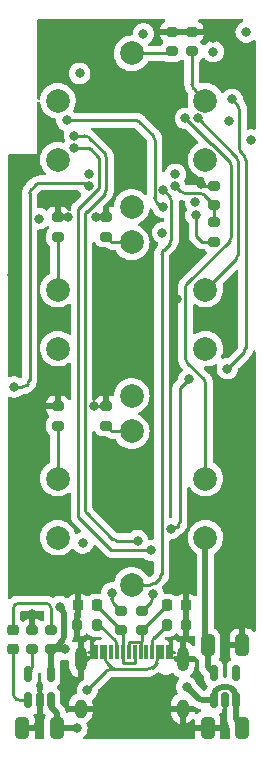
<source format=gtl>
%TF.GenerationSoftware,KiCad,Pcbnew,(6.0.5)*%
%TF.CreationDate,2022-11-21T17:11:25+07:00*%
%TF.ProjectId,Smart_P_ESP_3,536d6172-745f-4505-9f45-53505f332e6b,rev?*%
%TF.SameCoordinates,PX88da2e0PY8b54f20*%
%TF.FileFunction,Copper,L1,Top*%
%TF.FilePolarity,Positive*%
%FSLAX46Y46*%
G04 Gerber Fmt 4.6, Leading zero omitted, Abs format (unit mm)*
G04 Created by KiCad (PCBNEW (6.0.5)) date 2022-11-21 17:11:25*
%MOMM*%
%LPD*%
G01*
G04 APERTURE LIST*
G04 Aperture macros list*
%AMRoundRect*
0 Rectangle with rounded corners*
0 $1 Rounding radius*
0 $2 $3 $4 $5 $6 $7 $8 $9 X,Y pos of 4 corners*
0 Add a 4 corners polygon primitive as box body*
4,1,4,$2,$3,$4,$5,$6,$7,$8,$9,$2,$3,0*
0 Add four circle primitives for the rounded corners*
1,1,$1+$1,$2,$3*
1,1,$1+$1,$4,$5*
1,1,$1+$1,$6,$7*
1,1,$1+$1,$8,$9*
0 Add four rect primitives between the rounded corners*
20,1,$1+$1,$2,$3,$4,$5,0*
20,1,$1+$1,$4,$5,$6,$7,0*
20,1,$1+$1,$6,$7,$8,$9,0*
20,1,$1+$1,$8,$9,$2,$3,0*%
G04 Aperture macros list end*
%TA.AperFunction,SMDPad,CuDef*%
%ADD10RoundRect,0.200000X0.275000X-0.200000X0.275000X0.200000X-0.275000X0.200000X-0.275000X-0.200000X0*%
%TD*%
%TA.AperFunction,SMDPad,CuDef*%
%ADD11RoundRect,0.200000X0.200000X0.275000X-0.200000X0.275000X-0.200000X-0.275000X0.200000X-0.275000X0*%
%TD*%
%TA.AperFunction,ComponentPad*%
%ADD12C,2.000000*%
%TD*%
%TA.AperFunction,SMDPad,CuDef*%
%ADD13RoundRect,0.218750X0.256250X-0.218750X0.256250X0.218750X-0.256250X0.218750X-0.256250X-0.218750X0*%
%TD*%
%TA.AperFunction,SMDPad,CuDef*%
%ADD14RoundRect,0.250000X-0.325000X-0.650000X0.325000X-0.650000X0.325000X0.650000X-0.325000X0.650000X0*%
%TD*%
%TA.AperFunction,SMDPad,CuDef*%
%ADD15RoundRect,0.250000X0.325000X0.650000X-0.325000X0.650000X-0.325000X-0.650000X0.325000X-0.650000X0*%
%TD*%
%TA.AperFunction,SMDPad,CuDef*%
%ADD16RoundRect,0.218750X0.218750X0.256250X-0.218750X0.256250X-0.218750X-0.256250X0.218750X-0.256250X0*%
%TD*%
%TA.AperFunction,SMDPad,CuDef*%
%ADD17RoundRect,0.218750X-0.218750X-0.256250X0.218750X-0.256250X0.218750X0.256250X-0.218750X0.256250X0*%
%TD*%
%TA.AperFunction,SMDPad,CuDef*%
%ADD18RoundRect,0.200000X-0.200000X-0.275000X0.200000X-0.275000X0.200000X0.275000X-0.200000X0.275000X0*%
%TD*%
%TA.AperFunction,SMDPad,CuDef*%
%ADD19RoundRect,0.150000X0.150000X-0.512500X0.150000X0.512500X-0.150000X0.512500X-0.150000X-0.512500X0*%
%TD*%
%TA.AperFunction,SMDPad,CuDef*%
%ADD20RoundRect,0.200000X-0.275000X0.200000X-0.275000X-0.200000X0.275000X-0.200000X0.275000X0.200000X0*%
%TD*%
%TA.AperFunction,SMDPad,CuDef*%
%ADD21R,0.300000X1.150000*%
%TD*%
%TA.AperFunction,ComponentPad*%
%ADD22O,1.000000X2.100000*%
%TD*%
%TA.AperFunction,ComponentPad*%
%ADD23O,1.000000X1.600000*%
%TD*%
%TA.AperFunction,ViaPad*%
%ADD24C,0.800000*%
%TD*%
%TA.AperFunction,Conductor*%
%ADD25C,0.500000*%
%TD*%
%TA.AperFunction,Conductor*%
%ADD26C,0.250000*%
%TD*%
G04 APERTURE END LIST*
D10*
%TO.P,R19,1*%
%TO.N,+BATT*%
X18000000Y42650000D03*
%TO.P,R19,2*%
%TO.N,/BATT_LEVEL*%
X18000000Y44300000D03*
%TD*%
D11*
%TO.P,R6,1*%
%TO.N,/CC1*%
X8025000Y10200000D03*
%TO.P,R6,2*%
%TO.N,GND*%
X6375000Y10200000D03*
%TD*%
D12*
%TO.P,SW3,1*%
%TO.N,/BT3*%
X17250000Y22600000D03*
X4750000Y22600000D03*
%TO.P,SW3,2*%
%TO.N,+3V3*%
X4750000Y17600000D03*
X17250000Y17600000D03*
%TO.P,SW3,D+*%
%TO.N,/BT3_LED*%
X11000000Y13600000D03*
%TO.P,SW3,D-*%
%TO.N,Net-(R29-Pad1)*%
X11000000Y26600000D03*
%TD*%
D10*
%TO.P,R28,1*%
%TO.N,/BT3*%
X4750000Y27075000D03*
%TO.P,R28,2*%
%TO.N,GND*%
X4750000Y28725000D03*
%TD*%
D12*
%TO.P,SW2,1*%
%TO.N,/BT2*%
X4750000Y38600000D03*
X17250000Y38600000D03*
%TO.P,SW2,2*%
%TO.N,+3V3*%
X4750000Y33600000D03*
X17250000Y33600000D03*
%TO.P,SW2,D+*%
%TO.N,/BT2_LED*%
X11000000Y29600000D03*
%TO.P,SW2,D-*%
%TO.N,Net-(R27-Pad1)*%
X11000000Y42600000D03*
%TD*%
D13*
%TO.P,D6,1,K*%
%TO.N,Net-(D6-Pad1)*%
X950000Y8162500D03*
%TO.P,D6,2,A*%
%TO.N,Net-(D6-Pad2)*%
X950000Y9737500D03*
%TD*%
D10*
%TO.P,R29,1*%
%TO.N,Net-(R29-Pad1)*%
X8850000Y27075000D03*
%TO.P,R29,2*%
%TO.N,GND*%
X8850000Y28725000D03*
%TD*%
D14*
%TO.P,C6,1*%
%TO.N,+3V3*%
X17425000Y8500000D03*
%TO.P,C6,2*%
%TO.N,GND*%
X20375000Y8500000D03*
%TD*%
D15*
%TO.P,C11,1*%
%TO.N,+BATT*%
X4675000Y1450000D03*
%TO.P,C11,2*%
%TO.N,GND*%
X1725000Y1450000D03*
%TD*%
D10*
%TO.P,R24,1*%
%TO.N,/BT1*%
X16100000Y58775000D03*
%TO.P,R24,2*%
%TO.N,GND*%
X16100000Y60425000D03*
%TD*%
D16*
%TO.P,D3,1,A1*%
%TO.N,GND*%
X15587500Y11850000D03*
%TO.P,D3,2,A2*%
%TO.N,Net-(D3-Pad2)*%
X14012500Y11850000D03*
%TD*%
D17*
%TO.P,D4,1,A1*%
%TO.N,GND*%
X6462500Y11850000D03*
%TO.P,D4,2,A2*%
%TO.N,Net-(D4-Pad2)*%
X8037500Y11850000D03*
%TD*%
D15*
%TO.P,C5,1*%
%TO.N,Net-(C5-Pad1)*%
X20375000Y1500000D03*
%TO.P,C5,2*%
%TO.N,GND*%
X17425000Y1500000D03*
%TD*%
D18*
%TO.P,R9,1*%
%TO.N,/CC2*%
X13975000Y10200000D03*
%TO.P,R9,2*%
%TO.N,GND*%
X15625000Y10200000D03*
%TD*%
D10*
%TO.P,R27,1*%
%TO.N,Net-(R27-Pad1)*%
X8850000Y43075000D03*
%TO.P,R27,2*%
%TO.N,GND*%
X8850000Y44725000D03*
%TD*%
D19*
%TO.P,U4,1,STAT*%
%TO.N,Net-(D6-Pad1)*%
X2250000Y3812500D03*
%TO.P,U4,2,VSS*%
%TO.N,GND*%
X3200000Y3812500D03*
%TO.P,U4,3,VBAT*%
%TO.N,+BATT*%
X4150000Y3812500D03*
%TO.P,U4,4,VDD*%
%TO.N,VBUS*%
X4150000Y6087500D03*
%TO.P,U4,5,PROG*%
%TO.N,Net-(R15-Pad1)*%
X2250000Y6087500D03*
%TD*%
D10*
%TO.P,R15,1*%
%TO.N,Net-(R15-Pad1)*%
X2600000Y8125000D03*
%TO.P,R15,2*%
%TO.N,GND*%
X2600000Y9775000D03*
%TD*%
%TO.P,R25,1*%
%TO.N,Net-(R25-Pad1)*%
X14400000Y58775000D03*
%TO.P,R25,2*%
%TO.N,GND*%
X14400000Y60425000D03*
%TD*%
%TO.P,R26,1*%
%TO.N,/BT2*%
X4750000Y43075000D03*
%TO.P,R26,2*%
%TO.N,GND*%
X4750000Y44725000D03*
%TD*%
D20*
%TO.P,R16,1*%
%TO.N,Net-(D6-Pad2)*%
X4200000Y9775000D03*
%TO.P,R16,2*%
%TO.N,VBUS*%
X4200000Y8125000D03*
%TD*%
D21*
%TO.P,J1,A1,GND*%
%TO.N,GND*%
X7650000Y7870000D03*
%TO.P,J1,A4,VBUS*%
%TO.N,Net-(D2-Pad2)*%
X8450000Y7870000D03*
%TO.P,J1,A5,CC1*%
%TO.N,/CC1*%
X9750000Y7870000D03*
%TO.P,J1,A6,D+*%
%TO.N,Net-(D3-Pad2)*%
X10750000Y7870000D03*
%TO.P,J1,A7,D-*%
%TO.N,Net-(D4-Pad2)*%
X11250000Y7870000D03*
%TO.P,J1,A8,SBU1*%
%TO.N,unconnected-(J1-PadA8)*%
X12250000Y7870000D03*
%TO.P,J1,A9,VBUS*%
%TO.N,Net-(D2-Pad2)*%
X13550000Y7870000D03*
%TO.P,J1,A12,GND*%
%TO.N,GND*%
X14350000Y7870000D03*
%TO.P,J1,B1,GND*%
X14050000Y7870000D03*
%TO.P,J1,B4,VBUS*%
%TO.N,Net-(D2-Pad2)*%
X13250000Y7870000D03*
%TO.P,J1,B5,CC2*%
%TO.N,/CC2*%
X12750000Y7870000D03*
%TO.P,J1,B6,D+*%
%TO.N,Net-(D3-Pad2)*%
X11750000Y7870000D03*
%TO.P,J1,B7,D-*%
%TO.N,Net-(D4-Pad2)*%
X10250000Y7870000D03*
%TO.P,J1,B8,SBU2*%
%TO.N,unconnected-(J1-PadB8)*%
X9250000Y7870000D03*
%TO.P,J1,B9,VBUS*%
%TO.N,Net-(D2-Pad2)*%
X8750000Y7870000D03*
%TO.P,J1,B12,GND*%
%TO.N,GND*%
X7950000Y7870000D03*
D22*
%TO.P,J1,S1,SHIELD*%
X6680000Y7305000D03*
D23*
X6680000Y3125000D03*
D22*
X15320000Y7305000D03*
D23*
X15320000Y3125000D03*
%TD*%
D12*
%TO.P,SW1,1*%
%TO.N,/BT1*%
X17250000Y54600000D03*
X4750000Y54600000D03*
%TO.P,SW1,2*%
%TO.N,+3V3*%
X4750000Y49600000D03*
X17250000Y49600000D03*
%TO.P,SW1,D+*%
%TO.N,/BT1_LED*%
X11000000Y45600000D03*
%TO.P,SW1,D-*%
%TO.N,Net-(R25-Pad1)*%
X11000000Y58600000D03*
%TD*%
D19*
%TO.P,U1,1,VIN*%
%TO.N,Net-(C5-Pad1)*%
X17950000Y3862500D03*
%TO.P,U1,2,GND*%
%TO.N,GND*%
X18900000Y3862500D03*
%TO.P,U1,3,ON/~{OFF}*%
%TO.N,Net-(C5-Pad1)*%
X19850000Y3862500D03*
%TO.P,U1,4,BP*%
%TO.N,unconnected-(U1-Pad4)*%
X19850000Y6137500D03*
%TO.P,U1,5,VOUT*%
%TO.N,+3V3*%
X17950000Y6137500D03*
%TD*%
D10*
%TO.P,R20,1*%
%TO.N,/BATT_LEVEL*%
X18000000Y45750000D03*
%TO.P,R20,2*%
%TO.N,GND*%
X18000000Y47400000D03*
%TD*%
%TO.P,R10,1*%
%TO.N,Net-(D4-Pad2)*%
X10100000Y9775000D03*
%TO.P,R10,2*%
%TO.N,Net-(R10-Pad2)*%
X10100000Y11425000D03*
%TD*%
%TO.P,R11,1*%
%TO.N,Net-(D3-Pad2)*%
X11900000Y9775000D03*
%TO.P,R11,2*%
%TO.N,Net-(R11-Pad2)*%
X11900000Y11425000D03*
%TD*%
D24*
%TO.N,VBUS*%
X5350000Y8150000D03*
X4900000Y11750000D03*
%TO.N,GND*%
X10750000Y18400000D03*
X6250000Y60400000D03*
X16900000Y47500000D03*
X3125000Y1825000D03*
X11100000Y54150000D03*
X5650000Y44700000D03*
X17850000Y59900000D03*
X7800000Y28750000D03*
X900000Y39800000D03*
X7950000Y44700000D03*
X14800000Y37800000D03*
X18700000Y13100000D03*
X8950000Y54150000D03*
X21000000Y58800000D03*
X12950000Y54150000D03*
X2600000Y11150000D03*
X2700000Y28750000D03*
X17250000Y36150000D03*
X1800000Y49150000D03*
%TO.N,+3V3*%
X6850000Y17150000D03*
X20700000Y60400000D03*
X21100000Y51250000D03*
X13600000Y43400000D03*
X3150000Y44600000D03*
%TO.N,Net-(C5-Pad1)*%
X15650000Y4950000D03*
%TO.N,+BATT*%
X6350000Y1450000D03*
X16450000Y44900000D03*
%TO.N,/EN*%
X19100000Y31900000D03*
X19500000Y54700000D03*
%TO.N,+3.3VA*%
X6600000Y56900000D03*
X17900000Y58750000D03*
X19200000Y52900000D03*
X7400000Y48350000D03*
X12000000Y60250000D03*
%TO.N,/USB_DTR*%
X15850000Y31000000D03*
X14300000Y18350000D03*
%TO.N,/TXD0*%
X6156718Y51610651D03*
X11500000Y17350000D03*
%TO.N,/RXD0*%
X6125602Y50611633D03*
X12670021Y16524500D03*
%TO.N,Net-(R10-Pad2)*%
X9300000Y12900000D03*
%TO.N,Net-(R11-Pad2)*%
X12800000Y12850000D03*
%TO.N,/SDA*%
X5500000Y52950000D03*
X13625500Y45600000D03*
%TO.N,/BATT_LEVEL*%
X14650000Y47350000D03*
%TO.N,/VB_MOTOR*%
X7381485Y47350669D03*
X1050000Y30350000D03*
%TO.N,/BT2*%
X16600000Y53100000D03*
%TO.N,/BT3*%
X15550000Y53100000D03*
%TO.N,/BT1_LED*%
X16400000Y46000000D03*
%TO.N,/BT2_LED*%
X14700000Y48350000D03*
%TO.N,/BT3_LED*%
X13674500Y47000000D03*
%TO.N,Net-(D2-Pad2)*%
X7250000Y4700000D03*
%TD*%
D25*
%TO.N,VBUS*%
X4200000Y8125000D02*
X4217893Y8125000D01*
X4200000Y6137500D02*
X4150000Y6087500D01*
X5325000Y8125000D02*
X5350000Y8150000D01*
X4200000Y8125000D02*
X5325000Y8125000D01*
X5250000Y9157107D02*
X5250000Y11192893D01*
X4200000Y8125000D02*
X4200000Y6137500D01*
X4571447Y8271447D02*
X5103554Y8803554D01*
X5103553Y11546447D02*
X4900000Y11750000D01*
X5103556Y11546450D02*
G75*
G02*
X5250000Y11192893I-353556J-353550D01*
G01*
X4217893Y8125005D02*
G75*
G03*
X4571447Y8271447I7J499995D01*
G01*
X5249995Y9157107D02*
G75*
G02*
X5103554Y8803554I-499995J-7D01*
G01*
%TO.N,GND*%
X3200000Y1900000D02*
X3125000Y1825000D01*
D26*
X17000000Y47400000D02*
X16900000Y47500000D01*
D25*
X2750000Y1450000D02*
X1725000Y1450000D01*
X3200000Y3812500D02*
X3200000Y1900000D01*
D26*
X7825000Y28725000D02*
X7800000Y28750000D01*
D25*
X5625000Y44725000D02*
X5650000Y44700000D01*
X7975000Y44725000D02*
X7950000Y44700000D01*
D26*
X8850000Y28725000D02*
X7825000Y28725000D01*
D25*
X8850000Y44725000D02*
X7975000Y44725000D01*
D26*
X2600000Y9775000D02*
X2600000Y11150000D01*
D25*
X3125000Y1825000D02*
X2750000Y1450000D01*
X4750000Y44725000D02*
X5625000Y44725000D01*
D26*
X18000000Y47400000D02*
X17000000Y47400000D01*
D25*
%TO.N,+3V3*%
X17250000Y17600000D02*
X17250000Y8675000D01*
X17250000Y8675000D02*
X17425000Y8500000D01*
X17425000Y8500000D02*
X17425000Y6662500D01*
X17425000Y6662500D02*
X17950000Y6137500D01*
%TO.N,Net-(C5-Pad1)*%
X18096447Y4569296D02*
X18355225Y4828074D01*
X19850000Y3862500D02*
X19850000Y2232107D01*
X19996447Y1878553D02*
X20375000Y1500000D01*
X17937500Y3850000D02*
X17950000Y3862500D01*
X17950000Y3862500D02*
X17950000Y4215742D01*
X18708778Y4974520D02*
X19091222Y4974520D01*
X15650000Y4950000D02*
X16603554Y3996446D01*
X16957107Y3850000D02*
X17937500Y3850000D01*
X19444776Y4828073D02*
X19703554Y4569295D01*
X19850000Y4215742D02*
X19850000Y3862500D01*
X17949971Y4215742D02*
G75*
G02*
X18096448Y4569295I500029J-42D01*
G01*
X18355232Y4828067D02*
G75*
G02*
X18708778Y4974520I353568J-353567D01*
G01*
X19850029Y4215742D02*
G75*
G03*
X19703553Y4569294I-500029J-42D01*
G01*
X19996444Y1878550D02*
G75*
G02*
X19850000Y2232107I353556J353550D01*
G01*
X19444769Y4828066D02*
G75*
G03*
X19091222Y4974520I-353569J-353566D01*
G01*
X16957107Y3850005D02*
G75*
G02*
X16603554Y3996446I-7J499995D01*
G01*
%TO.N,+BATT*%
X4150000Y3812500D02*
X4150000Y3250000D01*
X4675000Y2725000D02*
X4675000Y1450000D01*
X6350000Y1450000D02*
X4675000Y1450000D01*
D26*
X18000000Y42650000D02*
X16950000Y42650000D01*
X16950000Y42650000D02*
X16450000Y43150000D01*
X16450000Y43150000D02*
X16450000Y44900000D01*
D25*
X4150000Y3250000D02*
X4675000Y2725000D01*
D26*
%TO.N,/EN*%
X20650000Y49592893D02*
X20650000Y33657107D01*
X19500000Y54700000D02*
X19953554Y54246446D01*
X20503553Y33303553D02*
X19100000Y31900000D01*
X20246447Y50203553D02*
X20503554Y49946446D01*
X20100000Y53892893D02*
X20100000Y50557107D01*
X20246444Y50203550D02*
G75*
G02*
X20100000Y50557107I353556J353550D01*
G01*
X20503557Y49946449D02*
G75*
G02*
X20650000Y49592893I-353557J-353549D01*
G01*
X20503556Y33303550D02*
G75*
G03*
X20650000Y33657107I-353556J353550D01*
G01*
X20099995Y53892893D02*
G75*
G03*
X19953554Y54246446I-499995J7D01*
G01*
%TO.N,Net-(D3-Pad2)*%
X14012500Y11850000D02*
X13975000Y11850000D01*
X11750000Y8744022D02*
X11750000Y7870000D01*
X10750000Y7870000D02*
X10750000Y8744022D01*
X11750000Y8744022D02*
X11900000Y8894022D01*
X11724511Y8769511D02*
X11750000Y8744022D01*
X10750000Y8744022D02*
X10775489Y8769511D01*
X11900000Y8894022D02*
X11900000Y9775000D01*
X13975000Y11850000D02*
X11900000Y9775000D01*
X10775489Y8769511D02*
X11724511Y8769511D01*
%TO.N,Net-(D4-Pad2)*%
X10250000Y7870000D02*
X10250000Y6995978D01*
X10250000Y9625000D02*
X10250000Y7870000D01*
X8037500Y11850000D02*
X8037500Y11837500D01*
X11250000Y6995978D02*
X11250000Y7870000D01*
X10250000Y6995978D02*
X10275489Y6970489D01*
X8037500Y11837500D02*
X10100000Y9775000D01*
X10100000Y9775000D02*
X10250000Y9625000D01*
X11224511Y6970489D02*
X11250000Y6995978D01*
X10275489Y6970489D02*
X11224511Y6970489D01*
%TO.N,Net-(D6-Pad1)*%
X1096447Y4053553D02*
X1191054Y3958946D01*
X1544607Y3812500D02*
X2250000Y3812500D01*
X950000Y8162500D02*
X950000Y4407107D01*
X1191051Y3958943D02*
G75*
G03*
X1544607Y3812500I353549J353557D01*
G01*
X1096444Y4053550D02*
G75*
G02*
X950000Y4407107I353556J353550D01*
G01*
%TO.N,Net-(D6-Pad2)*%
X4200000Y11550000D02*
X4200000Y9775000D01*
X1450000Y12050000D02*
X3700000Y12050000D01*
X950000Y9737500D02*
X950000Y11550000D01*
X4200000Y11550000D02*
G75*
G03*
X3700000Y12050000I-500000J0D01*
G01*
X950000Y11550000D02*
G75*
G02*
X1450000Y12050000I500000J0D01*
G01*
%TO.N,/USB_DTR*%
X15850000Y31000000D02*
X15074500Y30224500D01*
X14300000Y18350000D02*
X14541893Y18350000D01*
X14895447Y18496447D02*
X14928054Y18529054D01*
X15074500Y30224500D02*
X15074500Y30124500D01*
X15074500Y30124500D02*
X15074500Y18882607D01*
X14928057Y18529051D02*
G75*
G03*
X15074500Y18882607I-353557J353549D01*
G01*
X14895450Y18496444D02*
G75*
G02*
X14541893Y18350000I-353550J353556D01*
G01*
%TO.N,/TXD0*%
X7050000Y44842893D02*
X7050000Y20007107D01*
X9707107Y17350000D02*
X11500000Y17350000D01*
X8703553Y46703553D02*
X7196446Y45196446D01*
X6156718Y51610651D02*
X7032242Y51610651D01*
X8850000Y49792893D02*
X8850000Y47057107D01*
X7385796Y51464204D02*
X8703554Y50146446D01*
X7196447Y19653553D02*
X9353554Y17496446D01*
X9353551Y17496443D02*
G75*
G03*
X9707107Y17350000I353549J353557D01*
G01*
X8849995Y47057107D02*
G75*
G02*
X8703553Y46703553I-499995J-7D01*
G01*
X8849995Y49792893D02*
G75*
G03*
X8703554Y50146446I-499995J7D01*
G01*
X7050005Y44842893D02*
G75*
G02*
X7196446Y45196446I499995J7D01*
G01*
X7196444Y19653550D02*
G75*
G02*
X7050000Y20007107I353556J353550D01*
G01*
X7385765Y51464173D02*
G75*
G03*
X7032242Y51610651I-353565J-353473D01*
G01*
%TO.N,/RXD0*%
X7487303Y50510472D02*
X7534814Y50465186D01*
X7373644Y50576079D02*
X7487303Y50510472D01*
X7181260Y50611633D02*
X7246878Y50610034D01*
X6496446Y19310661D02*
X9282607Y16524500D01*
X6496446Y45446446D02*
X6496446Y19310661D01*
X6125602Y50611633D02*
X7181260Y50611633D01*
X7246878Y50610034D02*
X7373644Y50576079D01*
X8214652Y47164652D02*
X6496446Y45446446D01*
X8214652Y49735358D02*
X8214652Y47164652D01*
X9282607Y16524500D02*
X12670021Y16524500D01*
X8149007Y49849062D02*
X8214652Y49735358D01*
X8103554Y49896446D02*
X8149007Y49849062D01*
X7534814Y50465186D02*
X8103554Y49896446D01*
%TO.N,/CC1*%
X9603553Y8890469D02*
X8440468Y10053554D01*
X9750000Y7870000D02*
X9750000Y8536915D01*
X8086915Y10200000D02*
X8025000Y10200000D01*
X8440460Y10053546D02*
G75*
G03*
X8086915Y10200000I-353560J-353546D01*
G01*
X9603545Y8890461D02*
G75*
G02*
X9750000Y8536915I-353545J-353561D01*
G01*
%TO.N,/CC2*%
X12750000Y7870000D02*
X12750000Y8767893D01*
X12896447Y9121447D02*
X13975000Y10200000D01*
X12750005Y8767893D02*
G75*
G02*
X12896447Y9121447I499995J7D01*
G01*
%TO.N,Net-(R10-Pad2)*%
X9446447Y12078553D02*
X10100000Y11425000D01*
X9300000Y12900000D02*
X9300000Y12432107D01*
X9300005Y12432107D02*
G75*
G03*
X9446447Y12078553I499995J-7D01*
G01*
%TO.N,Net-(R11-Pad2)*%
X12800000Y12850000D02*
X12800000Y12532107D01*
X12653553Y12178553D02*
X11900000Y11425000D01*
X12653556Y12178550D02*
G75*
G03*
X12800000Y12532107I-353556J353550D01*
G01*
%TO.N,/SDA*%
X13625500Y45600000D02*
X13500000Y45600000D01*
X13500000Y45600000D02*
X13096446Y46003554D01*
X12950000Y51292893D02*
X12950000Y46357107D01*
X5500000Y52950000D02*
X11292893Y52950000D01*
X11646447Y52803553D02*
X12803554Y51646446D01*
X12950005Y46357107D02*
G75*
G03*
X13096446Y46003554I499995J-7D01*
G01*
X11646450Y52803556D02*
G75*
G03*
X11292893Y52950000I-353550J-353556D01*
G01*
X12803557Y51646449D02*
G75*
G02*
X12950000Y51292893I-353557J-353549D01*
G01*
%TO.N,Net-(R15-Pad1)*%
X2453553Y6291053D02*
X2250000Y6087500D01*
X2600000Y8125000D02*
X2600000Y6644607D01*
X2453556Y6291050D02*
G75*
G03*
X2600000Y6644607I-353556J353550D01*
G01*
%TO.N,/BATT_LEVEL*%
X18000000Y45750000D02*
X18000000Y44300000D01*
X14650000Y47350000D02*
X15078055Y46921945D01*
X17120948Y46629052D02*
X18000000Y45750000D01*
X15431608Y46775499D02*
X16767394Y46775499D01*
X16767394Y46775495D02*
G75*
G02*
X17120948Y46629052I6J-499995D01*
G01*
X15078051Y46921941D02*
G75*
G03*
X15431608Y46775499I353549J353559D01*
G01*
%TO.N,/VB_MOTOR*%
X2096447Y30496447D02*
X2207107Y30607107D01*
X1050000Y30350000D02*
X1742893Y30350000D01*
X2500000Y47092894D02*
X2886160Y47479053D01*
X3239713Y47625499D02*
X6899548Y47625499D01*
X7253102Y47479052D02*
X7381485Y47350669D01*
X2353553Y30960660D02*
X2353553Y46739340D01*
X7253078Y47479028D02*
G75*
G03*
X6899548Y47625499I-353578J-353528D01*
G01*
X1742893Y30350005D02*
G75*
G03*
X2096447Y30496447I7J499995D01*
G01*
X3239713Y47625490D02*
G75*
G03*
X2886160Y47479053I-13J-499990D01*
G01*
X2353539Y46739340D02*
G75*
G02*
X2500000Y47092894I500061J-40D01*
G01*
X2207077Y30607137D02*
G75*
G03*
X2353553Y30960660I-353477J353563D01*
G01*
%TO.N,/BT1*%
X16246447Y55603553D02*
X17250000Y54600000D01*
X16100000Y58775000D02*
X16100000Y55957107D01*
X16100005Y55957107D02*
G75*
G03*
X16246447Y55603553I499995J-7D01*
G01*
%TO.N,Net-(R25-Pad1)*%
X11000000Y58600000D02*
X14225000Y58600000D01*
X14225000Y58600000D02*
X14400000Y58775000D01*
%TO.N,/BT2*%
X16600000Y53100000D02*
X19853554Y49846446D01*
X20000000Y49492893D02*
X20000000Y41557107D01*
X4750000Y43075000D02*
X4750000Y38600000D01*
X19853553Y41203553D02*
X17250000Y38600000D01*
X19853556Y41203550D02*
G75*
G03*
X20000000Y41557107I-353556J353550D01*
G01*
X19999995Y49492893D02*
G75*
G03*
X19853554Y49846446I-499995J7D01*
G01*
%TO.N,Net-(R27-Pad1)*%
X9325000Y42600000D02*
X8850000Y43075000D01*
X11000000Y42600000D02*
X9325000Y42600000D01*
%TO.N,/BT3*%
X15550000Y53100000D02*
X17725489Y50924511D01*
X15696447Y32416615D02*
X17103553Y31009510D01*
X17798632Y50924511D02*
X19303554Y49419589D01*
X15550000Y38776110D02*
X15550000Y32770169D01*
X17250000Y30655956D02*
X17250000Y22600000D01*
X19303553Y42736770D02*
X15696446Y39129663D01*
X19450000Y49066036D02*
X19450000Y43090324D01*
X4750000Y27075000D02*
X4750000Y22600000D01*
X17725489Y50924511D02*
X17798632Y50924511D01*
X19303536Y49419571D02*
G75*
G02*
X19450000Y49066036I-353536J-353571D01*
G01*
X15549993Y38776110D02*
G75*
G02*
X15696446Y39129663I500007J-10D01*
G01*
X17249969Y30655956D02*
G75*
G03*
X17103553Y31009510I-499969J44D01*
G01*
X19303565Y42736758D02*
G75*
G03*
X19450000Y43090324I-353565J353542D01*
G01*
X15696463Y32416631D02*
G75*
G02*
X15550000Y32770169I353537J353569D01*
G01*
%TO.N,Net-(R29-Pad1)*%
X9325000Y26600000D02*
X8850000Y27075000D01*
X11000000Y26600000D02*
X9325000Y26600000D01*
%TO.N,/BT3_LED*%
X14203553Y46489340D02*
X13692893Y47000000D01*
X13696447Y41946447D02*
X14203554Y42453554D01*
X12946447Y13746447D02*
X13403554Y14203554D01*
X13692893Y47000000D02*
X13674500Y47000000D01*
X11000000Y13600000D02*
X12592893Y13600000D01*
X14350000Y42807107D02*
X14350000Y46135786D01*
X13550000Y14557107D02*
X13550000Y41592893D01*
X12592893Y13600005D02*
G75*
G03*
X12946447Y13746447I7J499995D01*
G01*
X13550005Y41592893D02*
G75*
G02*
X13696447Y41946447I499995J7D01*
G01*
X14203560Y46489347D02*
G75*
G02*
X14350000Y46135786I-353560J-353547D01*
G01*
X14349995Y42807107D02*
G75*
G02*
X14203554Y42453554I-499995J-7D01*
G01*
X13549995Y14557107D02*
G75*
G02*
X13403554Y14203554I-499995J-7D01*
G01*
%TO.N,Net-(D2-Pad2)*%
X9661380Y6450000D02*
X12338620Y6450000D01*
X8853553Y6303553D02*
X7250000Y4700000D01*
X12692174Y6596447D02*
X13103554Y7007827D01*
X8750000Y7870000D02*
X8750000Y7361380D01*
X13250000Y7361380D02*
X13250000Y7870000D01*
X8896447Y7007826D02*
X9307827Y6596446D01*
X9661380Y6450000D02*
X9207107Y6450000D01*
X9661380Y6449986D02*
G75*
G02*
X9307827Y6596446I20J500014D01*
G01*
X9207107Y6449995D02*
G75*
G03*
X8853553Y6303553I-7J-499995D01*
G01*
X13103544Y7007837D02*
G75*
G03*
X13250000Y7361380I-353544J353563D01*
G01*
X8749986Y7361380D02*
G75*
G03*
X8896447Y7007826I500014J20D01*
G01*
X12692164Y6596457D02*
G75*
G02*
X12338620Y6450000I-353564J353543D01*
G01*
%TD*%
%TA.AperFunction,Conductor*%
%TO.N,GND*%
G36*
X3295953Y6151371D02*
G01*
X3335608Y6092481D01*
X3341500Y6054400D01*
X3341500Y5508498D01*
X3341693Y5506050D01*
X3341693Y5506042D01*
X3342868Y5491118D01*
X3344438Y5471169D01*
X3390855Y5311399D01*
X3475547Y5168193D01*
X3481156Y5162584D01*
X3485399Y5157114D01*
X3511346Y5091029D01*
X3497445Y5021406D01*
X3459554Y4979884D01*
X3454000Y4967630D01*
X3454000Y4729842D01*
X3436453Y4665703D01*
X3390855Y4588601D01*
X3344438Y4428831D01*
X3343934Y4422426D01*
X3343933Y4422421D01*
X3341693Y4393958D01*
X3341500Y4391502D01*
X3341500Y3233498D01*
X3341693Y3231050D01*
X3341693Y3231042D01*
X3343704Y3205500D01*
X3344438Y3196169D01*
X3390855Y3036399D01*
X3394892Y3029573D01*
X3436453Y2959297D01*
X3454000Y2895158D01*
X3454000Y2663122D01*
X3457973Y2649591D01*
X3465871Y2648456D01*
X3555281Y2674432D01*
X3626277Y2674229D01*
X3685893Y2635676D01*
X3715202Y2571011D01*
X3704898Y2500766D01*
X3697693Y2487318D01*
X3661897Y2429246D01*
X3657885Y2422738D01*
X3655581Y2415791D01*
X3623409Y2318794D01*
X3602203Y2254861D01*
X3601503Y2248025D01*
X3601502Y2248022D01*
X3597870Y2212567D01*
X3591500Y2150400D01*
X3591500Y749600D01*
X3591837Y746356D01*
X3591837Y746348D01*
X3602093Y647503D01*
X3589228Y577682D01*
X3540657Y525900D01*
X3476766Y508500D01*
X2922863Y508500D01*
X2854742Y528502D01*
X2808249Y582158D01*
X2797519Y647343D01*
X2807672Y746440D01*
X2808000Y752854D01*
X2808000Y1177885D01*
X2803525Y1193124D01*
X2802135Y1194329D01*
X2794452Y1196000D01*
X1597000Y1196000D01*
X1528879Y1216002D01*
X1482386Y1269658D01*
X1471000Y1322000D01*
X1471000Y1578000D01*
X1491002Y1646121D01*
X1544658Y1692614D01*
X1597000Y1704000D01*
X2789884Y1704000D01*
X2805123Y1708475D01*
X2806328Y1709865D01*
X2807999Y1717548D01*
X2807999Y2147095D01*
X2807662Y2153614D01*
X2797743Y2249206D01*
X2794851Y2262600D01*
X2743412Y2416784D01*
X2737241Y2429958D01*
X2701737Y2487330D01*
X2682899Y2555782D01*
X2704060Y2623552D01*
X2758500Y2669123D01*
X2828936Y2678028D01*
X2844034Y2674631D01*
X2928604Y2650061D01*
X2942706Y2650101D01*
X2946000Y2657370D01*
X2946000Y2895158D01*
X2963547Y2959297D01*
X3005108Y3029573D01*
X3009145Y3036399D01*
X3055562Y3196169D01*
X3056297Y3205500D01*
X3058307Y3231042D01*
X3058307Y3231050D01*
X3058500Y3233498D01*
X3058500Y4391502D01*
X3058307Y4393958D01*
X3056067Y4422421D01*
X3056066Y4422426D01*
X3055562Y4428831D01*
X3009145Y4588601D01*
X2963547Y4665703D01*
X2946000Y4729842D01*
X2946000Y4961878D01*
X2941526Y4977116D01*
X2932118Y4985268D01*
X2893734Y5044994D01*
X2893734Y5115990D01*
X2915071Y5157720D01*
X2918845Y5162585D01*
X2924453Y5168193D01*
X2928489Y5175017D01*
X2928491Y5175020D01*
X3005108Y5304573D01*
X3009145Y5311399D01*
X3055562Y5471169D01*
X3057133Y5491118D01*
X3058307Y5506042D01*
X3058307Y5506050D01*
X3058500Y5508498D01*
X3058500Y6003811D01*
X3077066Y6069644D01*
X3108067Y6120234D01*
X3160713Y6167865D01*
X3230755Y6179473D01*
X3295953Y6151371D01*
G37*
%TD.AperFunction*%
%TA.AperFunction,Conductor*%
G36*
X3953701Y44024789D02*
G01*
X4005002Y43993686D01*
X4009239Y43989449D01*
X4043265Y43927137D01*
X4038200Y43856322D01*
X4009239Y43811259D01*
X3913361Y43715381D01*
X3824528Y43568699D01*
X3822257Y43561452D01*
X3822256Y43561450D01*
X3806823Y43512204D01*
X3773247Y43405062D01*
X3766500Y43331635D01*
X3766501Y42818366D01*
X3766764Y42815508D01*
X3766764Y42815499D01*
X3767914Y42802982D01*
X3773247Y42744938D01*
X3775246Y42738560D01*
X3775246Y42738559D01*
X3815885Y42608882D01*
X3824528Y42581301D01*
X3913361Y42434619D01*
X4034619Y42313361D01*
X4041120Y42309424D01*
X4055771Y42300551D01*
X4103678Y42248154D01*
X4116500Y42192775D01*
X4116500Y40051566D01*
X4096498Y39983445D01*
X4056335Y39944133D01*
X3864798Y39826759D01*
X3864792Y39826755D01*
X3860584Y39824176D01*
X3680031Y39669969D01*
X3525824Y39489416D01*
X3523245Y39485208D01*
X3523241Y39485202D01*
X3495673Y39440215D01*
X3401760Y39286963D01*
X3399867Y39282393D01*
X3399865Y39282389D01*
X3312789Y39072167D01*
X3310895Y39067594D01*
X3309740Y39062782D01*
X3258226Y38848210D01*
X3255465Y38836711D01*
X3248263Y38745204D01*
X3238665Y38623252D01*
X3231911Y38605531D01*
X3233949Y38602360D01*
X3238665Y38576748D01*
X3255465Y38363289D01*
X3310895Y38132406D01*
X3401760Y37913037D01*
X3404346Y37908817D01*
X3523241Y37714798D01*
X3523245Y37714792D01*
X3525824Y37710584D01*
X3680031Y37530031D01*
X3860584Y37375824D01*
X3864792Y37373245D01*
X3864798Y37373241D01*
X4050648Y37259352D01*
X4063037Y37251760D01*
X4067607Y37249867D01*
X4067611Y37249865D01*
X4277833Y37162789D01*
X4282406Y37160895D01*
X4362609Y37141640D01*
X4508476Y37106620D01*
X4508482Y37106619D01*
X4513289Y37105465D01*
X4750000Y37086835D01*
X4986711Y37105465D01*
X4991518Y37106619D01*
X4991524Y37106620D01*
X5137391Y37141640D01*
X5217594Y37160895D01*
X5222167Y37162789D01*
X5432389Y37249865D01*
X5432393Y37249867D01*
X5436963Y37251760D01*
X5449352Y37259352D01*
X5635202Y37373241D01*
X5635208Y37373245D01*
X5639416Y37375824D01*
X5655116Y37389233D01*
X5719906Y37418263D01*
X5790106Y37407658D01*
X5843428Y37360782D01*
X5862946Y37293421D01*
X5862946Y34906579D01*
X5842944Y34838458D01*
X5789288Y34791965D01*
X5719014Y34781861D01*
X5655116Y34810767D01*
X5650538Y34814677D01*
X5639416Y34824176D01*
X5635208Y34826755D01*
X5635202Y34826759D01*
X5441183Y34945654D01*
X5436963Y34948240D01*
X5432393Y34950133D01*
X5432389Y34950135D01*
X5222167Y35037211D01*
X5222165Y35037212D01*
X5217594Y35039105D01*
X5137391Y35058360D01*
X4991524Y35093380D01*
X4991518Y35093381D01*
X4986711Y35094535D01*
X4750000Y35113165D01*
X4513289Y35094535D01*
X4508482Y35093381D01*
X4508476Y35093380D01*
X4362609Y35058360D01*
X4282406Y35039105D01*
X4277835Y35037212D01*
X4277833Y35037211D01*
X4067611Y34950135D01*
X4067607Y34950133D01*
X4063037Y34948240D01*
X4058817Y34945654D01*
X3864798Y34826759D01*
X3864792Y34826755D01*
X3860584Y34824176D01*
X3680031Y34669969D01*
X3525824Y34489416D01*
X3523245Y34485208D01*
X3523241Y34485202D01*
X3404346Y34291183D01*
X3401760Y34286963D01*
X3310895Y34067594D01*
X3255465Y33836711D01*
X3255077Y33831777D01*
X3238665Y33623252D01*
X3231911Y33605531D01*
X3233949Y33602360D01*
X3238665Y33576748D01*
X3255465Y33363289D01*
X3256619Y33358482D01*
X3256620Y33358476D01*
X3291640Y33212609D01*
X3310895Y33132406D01*
X3312788Y33127835D01*
X3312789Y33127833D01*
X3371941Y32985028D01*
X3401760Y32913037D01*
X3404346Y32908817D01*
X3523241Y32714798D01*
X3523245Y32714792D01*
X3525824Y32710584D01*
X3680031Y32530031D01*
X3860584Y32375824D01*
X3864792Y32373245D01*
X3864798Y32373241D01*
X4058817Y32254346D01*
X4063037Y32251760D01*
X4067607Y32249867D01*
X4067611Y32249865D01*
X4277833Y32162789D01*
X4282406Y32160895D01*
X4362609Y32141640D01*
X4508476Y32106620D01*
X4508482Y32106619D01*
X4513289Y32105465D01*
X4750000Y32086835D01*
X4986711Y32105465D01*
X4991518Y32106619D01*
X4991524Y32106620D01*
X5137391Y32141640D01*
X5217594Y32160895D01*
X5222167Y32162789D01*
X5432389Y32249865D01*
X5432393Y32249867D01*
X5436963Y32251760D01*
X5441183Y32254346D01*
X5635202Y32373241D01*
X5635208Y32373245D01*
X5639416Y32375824D01*
X5655116Y32389233D01*
X5719906Y32418263D01*
X5790106Y32407658D01*
X5843428Y32360782D01*
X5862946Y32293421D01*
X5862946Y29359460D01*
X5842944Y29291339D01*
X5789288Y29244846D01*
X5719014Y29234742D01*
X5654434Y29264236D01*
X5629170Y29294188D01*
X5590176Y29358574D01*
X5580869Y29370443D01*
X5470443Y29480869D01*
X5458574Y29490176D01*
X5324988Y29571079D01*
X5311243Y29577285D01*
X5161356Y29624256D01*
X5148306Y29626869D01*
X5084479Y29632734D01*
X5078691Y29633000D01*
X5022115Y29633000D01*
X5006876Y29628525D01*
X5005671Y29627135D01*
X5004000Y29619452D01*
X5004000Y28597000D01*
X4983998Y28528879D01*
X4930342Y28482386D01*
X4878000Y28471000D01*
X3785116Y28471000D01*
X3769877Y28466525D01*
X3768672Y28465135D01*
X3767709Y28460706D01*
X3773132Y28401685D01*
X3775743Y28388649D01*
X3822715Y28238757D01*
X3828921Y28225012D01*
X3909824Y28091426D01*
X3919131Y28079557D01*
X4009239Y27989449D01*
X4043265Y27927137D01*
X4038200Y27856322D01*
X4009239Y27811259D01*
X3913361Y27715381D01*
X3824528Y27568699D01*
X3773247Y27405062D01*
X3766500Y27331635D01*
X3766501Y26818366D01*
X3773247Y26744938D01*
X3775246Y26738560D01*
X3775246Y26738559D01*
X3810108Y26627316D01*
X3824528Y26581301D01*
X3913361Y26434619D01*
X4034619Y26313361D01*
X4041120Y26309424D01*
X4055771Y26300551D01*
X4103678Y26248154D01*
X4116500Y26192775D01*
X4116500Y24051566D01*
X4096498Y23983445D01*
X4056335Y23944133D01*
X3864798Y23826759D01*
X3864792Y23826755D01*
X3860584Y23824176D01*
X3680031Y23669969D01*
X3525824Y23489416D01*
X3523245Y23485208D01*
X3523241Y23485202D01*
X3458442Y23379459D01*
X3401760Y23286963D01*
X3310895Y23067594D01*
X3255465Y22836711D01*
X3236835Y22600000D01*
X3255465Y22363289D01*
X3310895Y22132406D01*
X3401760Y21913037D01*
X3404346Y21908817D01*
X3523241Y21714798D01*
X3523245Y21714792D01*
X3525824Y21710584D01*
X3680031Y21530031D01*
X3860584Y21375824D01*
X3864792Y21373245D01*
X3864798Y21373241D01*
X4058817Y21254346D01*
X4063037Y21251760D01*
X4067607Y21249867D01*
X4067611Y21249865D01*
X4277833Y21162789D01*
X4282406Y21160895D01*
X4362609Y21141640D01*
X4508476Y21106620D01*
X4508482Y21106619D01*
X4513289Y21105465D01*
X4750000Y21086835D01*
X4986711Y21105465D01*
X4991518Y21106619D01*
X4991524Y21106620D01*
X5137391Y21141640D01*
X5217594Y21160895D01*
X5222167Y21162789D01*
X5432389Y21249865D01*
X5432393Y21249867D01*
X5436963Y21251760D01*
X5441183Y21254346D01*
X5635202Y21373241D01*
X5635208Y21373245D01*
X5639416Y21375824D01*
X5655116Y21389233D01*
X5719906Y21418263D01*
X5790106Y21407658D01*
X5843428Y21360782D01*
X5862946Y21293421D01*
X5862946Y19389428D01*
X5862419Y19378245D01*
X5860744Y19370752D01*
X5860993Y19362826D01*
X5860993Y19362825D01*
X5862884Y19302675D01*
X5862946Y19298716D01*
X5862946Y19270805D01*
X5863443Y19266871D01*
X5863443Y19266870D01*
X5863451Y19266805D01*
X5864384Y19254968D01*
X5865773Y19210772D01*
X5871424Y19191322D01*
X5875433Y19171961D01*
X5877972Y19151864D01*
X5880891Y19144493D01*
X5880891Y19144491D01*
X5894250Y19110749D01*
X5898095Y19099519D01*
X5910428Y19057068D01*
X5914461Y19050249D01*
X5914463Y19050244D01*
X5920739Y19039633D01*
X5929434Y19021885D01*
X5936894Y19003044D01*
X5941556Y18996628D01*
X5941556Y18996627D01*
X5962882Y18967274D01*
X5969398Y18957354D01*
X5986370Y18928657D01*
X5991904Y18919299D01*
X6006225Y18904978D01*
X6019065Y18889945D01*
X6030974Y18873554D01*
X6037080Y18868503D01*
X6065051Y18845363D01*
X6073830Y18837373D01*
X6671397Y18239806D01*
X6705423Y18177494D01*
X6700358Y18106679D01*
X6657811Y18049843D01*
X6608500Y18027465D01*
X6574176Y18020169D01*
X6574167Y18020166D01*
X6567712Y18018794D01*
X6561682Y18016109D01*
X6561681Y18016109D01*
X6488831Y17983674D01*
X6393248Y17941118D01*
X6387907Y17937238D01*
X6386924Y17936670D01*
X6317929Y17919930D01*
X6250837Y17943148D01*
X6206948Y17998954D01*
X6201402Y18016373D01*
X6197471Y18032745D01*
X6189105Y18067594D01*
X6158651Y18141118D01*
X6100135Y18282389D01*
X6100133Y18282393D01*
X6098240Y18286963D01*
X6095654Y18291183D01*
X5976759Y18485202D01*
X5976755Y18485208D01*
X5974176Y18489416D01*
X5819969Y18669969D01*
X5639416Y18824176D01*
X5635208Y18826755D01*
X5635202Y18826759D01*
X5441183Y18945654D01*
X5436963Y18948240D01*
X5432393Y18950133D01*
X5432389Y18950135D01*
X5222167Y19037211D01*
X5222165Y19037212D01*
X5217594Y19039105D01*
X5111075Y19064678D01*
X4991524Y19093380D01*
X4991518Y19093381D01*
X4986711Y19094535D01*
X4750000Y19113165D01*
X4513289Y19094535D01*
X4508482Y19093381D01*
X4508476Y19093380D01*
X4388925Y19064678D01*
X4282406Y19039105D01*
X4277835Y19037212D01*
X4277833Y19037211D01*
X4067611Y18950135D01*
X4067607Y18950133D01*
X4063037Y18948240D01*
X4058817Y18945654D01*
X3864798Y18826759D01*
X3864792Y18826755D01*
X3860584Y18824176D01*
X3680031Y18669969D01*
X3525824Y18489416D01*
X3523245Y18485208D01*
X3523241Y18485202D01*
X3404346Y18291183D01*
X3401760Y18286963D01*
X3399867Y18282393D01*
X3399865Y18282389D01*
X3341349Y18141118D01*
X3310895Y18067594D01*
X3302529Y18032745D01*
X3257980Y17847186D01*
X3255465Y17836711D01*
X3236835Y17600000D01*
X3255465Y17363289D01*
X3310895Y17132406D01*
X3312788Y17127835D01*
X3312789Y17127833D01*
X3382278Y16960072D01*
X3401760Y16913037D01*
X3404346Y16908817D01*
X3523241Y16714798D01*
X3523245Y16714792D01*
X3525824Y16710584D01*
X3680031Y16530031D01*
X3860584Y16375824D01*
X3864792Y16373245D01*
X3864798Y16373241D01*
X4017249Y16279819D01*
X4063037Y16251760D01*
X4067607Y16249867D01*
X4067611Y16249865D01*
X4277833Y16162789D01*
X4282406Y16160895D01*
X4362609Y16141640D01*
X4508476Y16106620D01*
X4508482Y16106619D01*
X4513289Y16105465D01*
X4750000Y16086835D01*
X4986711Y16105465D01*
X4991518Y16106619D01*
X4991524Y16106620D01*
X5137391Y16141640D01*
X5217594Y16160895D01*
X5222167Y16162789D01*
X5432389Y16249865D01*
X5432393Y16249867D01*
X5436963Y16251760D01*
X5482751Y16279819D01*
X5635202Y16373241D01*
X5635208Y16373245D01*
X5639416Y16375824D01*
X5819969Y16530031D01*
X5886686Y16608146D01*
X5906459Y16631297D01*
X5965910Y16670106D01*
X6036905Y16670612D01*
X6096903Y16632656D01*
X6104206Y16623527D01*
X6107657Y16618778D01*
X6110960Y16613056D01*
X6238747Y16471134D01*
X6337843Y16399136D01*
X6373485Y16373241D01*
X6393248Y16358882D01*
X6399276Y16356198D01*
X6399278Y16356197D01*
X6561681Y16283891D01*
X6567712Y16281206D01*
X6661113Y16261353D01*
X6748056Y16242872D01*
X6748061Y16242872D01*
X6754513Y16241500D01*
X6945487Y16241500D01*
X6951939Y16242872D01*
X6951944Y16242872D01*
X7038887Y16261353D01*
X7132288Y16281206D01*
X7138319Y16283891D01*
X7300722Y16356197D01*
X7300724Y16356198D01*
X7306752Y16358882D01*
X7326516Y16373241D01*
X7362157Y16399136D01*
X7461253Y16471134D01*
X7589040Y16613056D01*
X7684527Y16778444D01*
X7728259Y16913037D01*
X7730913Y16921204D01*
X7770987Y16979809D01*
X7836384Y17007446D01*
X7906340Y16995339D01*
X7939841Y16971362D01*
X8778950Y16132253D01*
X8786494Y16123963D01*
X8790607Y16117482D01*
X8796384Y16112057D01*
X8840274Y16070842D01*
X8843116Y16068087D01*
X8862838Y16048365D01*
X8865962Y16045942D01*
X8865966Y16045938D01*
X8866031Y16045888D01*
X8875052Y16038183D01*
X8907286Y16007914D01*
X8914234Y16004095D01*
X8914236Y16004093D01*
X8925039Y15998154D01*
X8941566Y15987298D01*
X8951305Y15979743D01*
X8951307Y15979742D01*
X8957567Y15974886D01*
X8998147Y15957326D01*
X9008795Y15952109D01*
X9047547Y15930805D01*
X9055223Y15928834D01*
X9055226Y15928833D01*
X9067169Y15925767D01*
X9085874Y15919363D01*
X9104462Y15911319D01*
X9112285Y15910080D01*
X9112295Y15910077D01*
X9148131Y15904401D01*
X9159751Y15901995D01*
X9194896Y15892972D01*
X9202577Y15891000D01*
X9222831Y15891000D01*
X9242541Y15889449D01*
X9262550Y15886280D01*
X9270442Y15887026D01*
X9306568Y15890441D01*
X9318426Y15891000D01*
X11961821Y15891000D01*
X12029942Y15870998D01*
X12049168Y15854657D01*
X12049441Y15854960D01*
X12054353Y15850537D01*
X12058768Y15845634D01*
X12213269Y15733382D01*
X12219297Y15730698D01*
X12219299Y15730697D01*
X12381702Y15658391D01*
X12387733Y15655706D01*
X12481134Y15635853D01*
X12568077Y15617372D01*
X12568082Y15617372D01*
X12574534Y15616000D01*
X12765508Y15616000D01*
X12771972Y15617374D01*
X12777328Y15617937D01*
X12847167Y15605165D01*
X12899014Y15556664D01*
X12916500Y15492627D01*
X12916500Y14664595D01*
X12896498Y14596474D01*
X12879595Y14575499D01*
X12574499Y14270404D01*
X12512187Y14236379D01*
X12485404Y14233500D01*
X12451566Y14233500D01*
X12383445Y14253502D01*
X12344133Y14293665D01*
X12226759Y14485202D01*
X12226755Y14485208D01*
X12224176Y14489416D01*
X12069969Y14669969D01*
X11889416Y14824176D01*
X11885208Y14826755D01*
X11885202Y14826759D01*
X11691183Y14945654D01*
X11686963Y14948240D01*
X11682393Y14950133D01*
X11682389Y14950135D01*
X11472167Y15037211D01*
X11472165Y15037212D01*
X11467594Y15039105D01*
X11387391Y15058360D01*
X11241524Y15093380D01*
X11241518Y15093381D01*
X11236711Y15094535D01*
X11000000Y15113165D01*
X10763289Y15094535D01*
X10758482Y15093381D01*
X10758476Y15093380D01*
X10612609Y15058360D01*
X10532406Y15039105D01*
X10527835Y15037212D01*
X10527833Y15037211D01*
X10317611Y14950135D01*
X10317607Y14950133D01*
X10313037Y14948240D01*
X10308817Y14945654D01*
X10114798Y14826759D01*
X10114792Y14826755D01*
X10110584Y14824176D01*
X9930031Y14669969D01*
X9775824Y14489416D01*
X9773245Y14485208D01*
X9773241Y14485202D01*
X9711337Y14384184D01*
X9651760Y14286963D01*
X9649867Y14282393D01*
X9649865Y14282389D01*
X9616230Y14201185D01*
X9560895Y14067594D01*
X9553479Y14036705D01*
X9521785Y13904689D01*
X9486433Y13843120D01*
X9423406Y13810437D01*
X9395487Y13809207D01*
X9395487Y13808500D01*
X9204513Y13808500D01*
X9198061Y13807128D01*
X9198056Y13807128D01*
X9111113Y13788647D01*
X9017712Y13768794D01*
X9011682Y13766109D01*
X9011681Y13766109D01*
X8849278Y13693803D01*
X8849276Y13693802D01*
X8843248Y13691118D01*
X8688747Y13578866D01*
X8560960Y13436944D01*
X8465473Y13271556D01*
X8406458Y13089928D01*
X8405768Y13083367D01*
X8405768Y13083365D01*
X8391365Y12946329D01*
X8364352Y12880672D01*
X8306130Y12840043D01*
X8266055Y12833500D01*
X7770428Y12833500D01*
X7767182Y12833163D01*
X7767178Y12833163D01*
X7733397Y12829658D01*
X7669018Y12822978D01*
X7508151Y12769308D01*
X7363945Y12680071D01*
X7358776Y12674893D01*
X7338759Y12654841D01*
X7276477Y12620762D01*
X7205657Y12625765D01*
X7160568Y12654686D01*
X7139920Y12675298D01*
X7128509Y12684310D01*
X6996709Y12765553D01*
X6983532Y12771697D01*
X6836157Y12820579D01*
X6822790Y12823445D01*
X6733300Y12832614D01*
X6719376Y12828525D01*
X6718171Y12827135D01*
X6716500Y12819452D01*
X6716500Y10941695D01*
X6696498Y10873574D01*
X6642842Y10827081D01*
X6632472Y10823213D01*
X6630671Y10821135D01*
X6629000Y10813452D01*
X6629000Y9235116D01*
X6633475Y9219877D01*
X6634865Y9218672D01*
X6639294Y9217709D01*
X6698315Y9223132D01*
X6711351Y9225743D01*
X6861243Y9272715D01*
X6874988Y9278921D01*
X7008574Y9359824D01*
X7020443Y9369131D01*
X7110551Y9459239D01*
X7172863Y9493265D01*
X7243678Y9488200D01*
X7288741Y9459239D01*
X7384619Y9363361D01*
X7531301Y9274528D01*
X7538548Y9272257D01*
X7538550Y9272256D01*
X7604836Y9251483D01*
X7694938Y9223247D01*
X7768365Y9216500D01*
X7771263Y9216500D01*
X8025665Y9216501D01*
X8281634Y9216501D01*
X8284492Y9216764D01*
X8284501Y9216764D01*
X8314365Y9219508D01*
X8384030Y9205821D01*
X8414987Y9183131D01*
X8429523Y9168595D01*
X8463549Y9106283D01*
X8458484Y9035468D01*
X8415937Y8978632D01*
X8349417Y8953821D01*
X8340428Y8953500D01*
X8251866Y8953500D01*
X8211280Y8949091D01*
X8184067Y8949091D01*
X8151483Y8952631D01*
X8144672Y8953000D01*
X8118115Y8953000D01*
X8102876Y8948525D01*
X8080611Y8922830D01*
X8080082Y8923288D01*
X8073318Y8910900D01*
X8053161Y8895793D01*
X8053295Y8895615D01*
X7936739Y8808261D01*
X7849385Y8691705D01*
X7798255Y8555316D01*
X7791500Y8493134D01*
X7791500Y7846000D01*
X7771498Y7777879D01*
X7717842Y7731386D01*
X7665500Y7720000D01*
X7378000Y7720000D01*
X7309879Y7740002D01*
X7263386Y7793658D01*
X7252000Y7846000D01*
X7252000Y7894000D01*
X7272002Y7962121D01*
X7325658Y8008614D01*
X7378000Y8020000D01*
X7481885Y8020000D01*
X7497124Y8024475D01*
X7498329Y8025865D01*
X7500000Y8033548D01*
X7500000Y8934884D01*
X7495525Y8950123D01*
X7494135Y8951328D01*
X7486452Y8952999D01*
X7455331Y8952999D01*
X7448510Y8952629D01*
X7397648Y8947105D01*
X7382396Y8943479D01*
X7261946Y8898324D01*
X7246352Y8889787D01*
X7151542Y8818731D01*
X7085036Y8793884D01*
X7038720Y8799193D01*
X6951309Y8826250D01*
X6937205Y8826456D01*
X6934000Y8819701D01*
X6934000Y7577115D01*
X6938475Y7561876D01*
X6939865Y7560671D01*
X6947548Y7559000D01*
X7379035Y7559000D01*
X7447156Y7538998D01*
X7493649Y7485342D01*
X7503753Y7415068D01*
X7475256Y7351930D01*
X7471515Y7348393D01*
X7467678Y7342748D01*
X7467677Y7342746D01*
X7409605Y7257296D01*
X7369723Y7198612D01*
X7342363Y7130206D01*
X7298496Y7074387D01*
X7225375Y7051000D01*
X6952115Y7051000D01*
X6936876Y7046525D01*
X6935671Y7045135D01*
X6934000Y7037452D01*
X6934000Y5797076D01*
X6938475Y5781837D01*
X6961076Y5762253D01*
X6999460Y5702527D01*
X6999460Y5631530D01*
X6961077Y5571804D01*
X6929813Y5551921D01*
X6799278Y5493803D01*
X6799276Y5493802D01*
X6793248Y5491118D01*
X6638747Y5378866D01*
X6634326Y5373956D01*
X6634325Y5373955D01*
X6578000Y5311399D01*
X6510960Y5236944D01*
X6415473Y5071556D01*
X6356458Y4889928D01*
X6355768Y4883367D01*
X6355768Y4883365D01*
X6339839Y4731807D01*
X6336496Y4700000D01*
X6356458Y4510072D01*
X6358498Y4503794D01*
X6359539Y4498898D01*
X6354139Y4428107D01*
X6311323Y4371474D01*
X6294668Y4361037D01*
X6130846Y4275393D01*
X6120585Y4268679D01*
X5976127Y4152532D01*
X5967368Y4143954D01*
X5848222Y4001961D01*
X5841292Y3991841D01*
X5751998Y3829415D01*
X5747166Y3818142D01*
X5691120Y3641462D01*
X5688570Y3629468D01*
X5672393Y3485239D01*
X5672000Y3478215D01*
X5672000Y3397115D01*
X5676475Y3381876D01*
X5677865Y3380671D01*
X5685548Y3379000D01*
X7669885Y3379000D01*
X7685124Y3383475D01*
X7686329Y3384865D01*
X7688000Y3392548D01*
X7688000Y3471657D01*
X7687699Y3477805D01*
X7674188Y3615603D01*
X7671806Y3627635D01*
X7633201Y3755497D01*
X7632660Y3826492D01*
X7670587Y3886509D01*
X7695308Y3902360D01*
X7695000Y3902894D01*
X7700720Y3906196D01*
X7706752Y3908882D01*
X7861253Y4021134D01*
X7880799Y4042842D01*
X7984621Y4158148D01*
X7984622Y4158149D01*
X7989040Y4163056D01*
X8084527Y4328444D01*
X8143542Y4510072D01*
X8150996Y4580988D01*
X8160907Y4675293D01*
X8187920Y4740950D01*
X8197122Y4751218D01*
X9225499Y5779595D01*
X9287811Y5813621D01*
X9314594Y5816500D01*
X9607375Y5816500D01*
X9625136Y5815242D01*
X9643914Y5812568D01*
X9643919Y5812568D01*
X9647990Y5811988D01*
X9661354Y5811847D01*
X9692278Y5815588D01*
X9707410Y5816500D01*
X12284635Y5816500D01*
X12302384Y5815244D01*
X12305406Y5814814D01*
X12325282Y5811986D01*
X12329410Y5811943D01*
X12329411Y5811943D01*
X12330780Y5811929D01*
X12338646Y5811847D01*
X12342734Y5812342D01*
X12342738Y5812342D01*
X12363162Y5814814D01*
X12368410Y5815338D01*
X12480899Y5824196D01*
X12516509Y5827000D01*
X12689993Y5868657D01*
X12854824Y5936939D01*
X12859037Y5939521D01*
X12859041Y5939523D01*
X13002730Y6027582D01*
X13002734Y6027585D01*
X13006944Y6030165D01*
X13010698Y6033372D01*
X13010707Y6033378D01*
X13061235Y6076536D01*
X13072235Y6084397D01*
X13076710Y6087868D01*
X13083536Y6091905D01*
X13101950Y6110319D01*
X13115389Y6121982D01*
X13123964Y6128421D01*
X13133881Y6135867D01*
X13143430Y6145218D01*
X13155534Y6160656D01*
X13213307Y6201922D01*
X13284218Y6205402D01*
X13331217Y6183007D01*
X13344767Y6172648D01*
X13450257Y6091994D01*
X13450261Y6091991D01*
X13455678Y6087850D01*
X13516857Y6059322D01*
X13613631Y6014195D01*
X13613634Y6014194D01*
X13619808Y6011315D01*
X13626456Y6009829D01*
X13626459Y6009828D01*
X13732421Y5986143D01*
X13796543Y5971810D01*
X13802088Y5971500D01*
X13935244Y5971500D01*
X14070037Y5986143D01*
X14218320Y6036046D01*
X14235204Y6041728D01*
X14235206Y6041729D01*
X14241675Y6043906D01*
X14388038Y6131849D01*
X14456727Y6149788D01*
X14524214Y6127741D01*
X14550572Y6103481D01*
X14597397Y6046067D01*
X14606041Y6037363D01*
X14748856Y5919216D01*
X14759027Y5912356D01*
X14922076Y5824196D01*
X14933379Y5819445D01*
X14961766Y5810657D01*
X15020925Y5771405D01*
X15049472Y5706400D01*
X15038343Y5636281D01*
X15018142Y5605982D01*
X14936215Y5514992D01*
X14910960Y5486944D01*
X14815473Y5321556D01*
X14756458Y5139928D01*
X14755768Y5133367D01*
X14755768Y5133365D01*
X14749873Y5077279D01*
X14736496Y4950000D01*
X14737186Y4943435D01*
X14754174Y4781807D01*
X14756458Y4760072D01*
X14815473Y4578444D01*
X14818776Y4572722D01*
X14818777Y4572721D01*
X14873830Y4477366D01*
X14890568Y4408370D01*
X14867347Y4341279D01*
X14823087Y4302704D01*
X14770842Y4275391D01*
X14760585Y4268679D01*
X14616127Y4152532D01*
X14607368Y4143954D01*
X14488222Y4001961D01*
X14481292Y3991841D01*
X14391998Y3829415D01*
X14387166Y3818142D01*
X14331120Y3641462D01*
X14328570Y3629468D01*
X14312393Y3485239D01*
X14312000Y3478215D01*
X14312000Y3397115D01*
X14316475Y3381876D01*
X14317865Y3380671D01*
X14325548Y3379000D01*
X16109720Y3379000D01*
X16177841Y3358998D01*
X16191549Y3348812D01*
X16211331Y3331917D01*
X16211338Y3331912D01*
X16215100Y3328699D01*
X16219320Y3326113D01*
X16379776Y3227787D01*
X16379782Y3227784D01*
X16384002Y3225198D01*
X16388577Y3223303D01*
X16388581Y3223301D01*
X16562438Y3151290D01*
X16567016Y3149394D01*
X16571830Y3148238D01*
X16571831Y3148238D01*
X16754824Y3104307D01*
X16754827Y3104307D01*
X16759636Y3103152D01*
X16768308Y3102470D01*
X16789869Y3100773D01*
X16856210Y3075488D01*
X16898351Y3018350D01*
X16902910Y2947500D01*
X16868442Y2885432D01*
X16819859Y2855637D01*
X16783218Y2843413D01*
X16770038Y2837239D01*
X16632193Y2751937D01*
X16620792Y2742901D01*
X16542282Y2664255D01*
X16479999Y2630176D01*
X16409179Y2635179D01*
X16352306Y2677677D01*
X16327438Y2744175D01*
X16327776Y2761227D01*
X16327411Y2761247D01*
X16328000Y2771785D01*
X16328000Y2852885D01*
X16323525Y2868124D01*
X16322135Y2869329D01*
X16314452Y2871000D01*
X15592115Y2871000D01*
X15576876Y2866525D01*
X15575671Y2865135D01*
X15574000Y2857452D01*
X15574000Y1867076D01*
X15577973Y1853545D01*
X15585768Y1852425D01*
X15693521Y1884138D01*
X15704889Y1888731D01*
X15869154Y1974607D01*
X15879415Y1981321D01*
X16023873Y2097468D01*
X16032632Y2106046D01*
X16119478Y2209545D01*
X16178588Y2248872D01*
X16249575Y2249998D01*
X16309903Y2212567D01*
X16340417Y2148463D01*
X16342000Y2128554D01*
X16342000Y1772115D01*
X16346475Y1756876D01*
X16347865Y1755671D01*
X16355548Y1754000D01*
X18489884Y1754000D01*
X18505123Y1758475D01*
X18506328Y1759865D01*
X18507999Y1767548D01*
X18507999Y2197095D01*
X18507662Y2203614D01*
X18497743Y2299206D01*
X18494851Y2312600D01*
X18443412Y2466784D01*
X18437241Y2479958D01*
X18401737Y2537330D01*
X18382899Y2605782D01*
X18404060Y2673552D01*
X18458500Y2719123D01*
X18528936Y2728028D01*
X18544034Y2724631D01*
X18628604Y2700061D01*
X18642706Y2700101D01*
X18646000Y2707370D01*
X18646000Y2945158D01*
X18663547Y3009297D01*
X18690356Y3054628D01*
X18709145Y3086399D01*
X18713900Y3102764D01*
X18739043Y3189310D01*
X18755562Y3246169D01*
X18757291Y3268128D01*
X18758307Y3281042D01*
X18758307Y3281050D01*
X18758500Y3283498D01*
X18758500Y3990500D01*
X18778502Y4058621D01*
X18832158Y4105114D01*
X18884500Y4116500D01*
X18915500Y4116500D01*
X18983621Y4096498D01*
X19030114Y4042842D01*
X19041500Y3990500D01*
X19041500Y3283498D01*
X19041693Y3281050D01*
X19041693Y3281042D01*
X19042710Y3268128D01*
X19044438Y3246169D01*
X19046232Y3239993D01*
X19046233Y3239989D01*
X19086497Y3101398D01*
X19091500Y3066246D01*
X19091500Y2294269D01*
X19090273Y2276731D01*
X19087551Y2257366D01*
X19087550Y2257349D01*
X19086999Y2253431D01*
X19086701Y2232118D01*
X19089512Y2207059D01*
X19089903Y2202958D01*
X19103148Y2034634D01*
X19117273Y1975797D01*
X19146890Y1852425D01*
X19149389Y1842014D01*
X19151281Y1837446D01*
X19151282Y1837443D01*
X19204701Y1708475D01*
X19225194Y1658998D01*
X19227780Y1654778D01*
X19227783Y1654772D01*
X19272933Y1581093D01*
X19291500Y1515259D01*
X19291500Y799600D01*
X19291837Y796354D01*
X19291837Y796350D01*
X19301752Y700794D01*
X19302474Y693834D01*
X19304656Y687294D01*
X19308965Y674378D01*
X19311551Y603428D01*
X19275368Y542344D01*
X19211904Y510518D01*
X19189442Y508500D01*
X18609907Y508500D01*
X18541786Y528502D01*
X18495293Y582158D01*
X18485189Y652432D01*
X18490315Y674169D01*
X18495137Y688705D01*
X18498005Y702086D01*
X18507672Y796438D01*
X18508000Y802854D01*
X18508000Y1227885D01*
X18503525Y1243124D01*
X18502135Y1244329D01*
X18494452Y1246000D01*
X16360116Y1246000D01*
X16344877Y1241525D01*
X16343672Y1240135D01*
X16342001Y1232452D01*
X16342001Y802905D01*
X16342338Y796386D01*
X16352257Y700794D01*
X16355149Y687400D01*
X16359494Y674376D01*
X16362078Y603426D01*
X16325894Y542342D01*
X16262430Y510518D01*
X16239970Y508500D01*
X6987556Y508500D01*
X6919435Y528502D01*
X6872942Y582158D01*
X6862838Y652432D01*
X6892332Y717012D01*
X6913495Y736436D01*
X6919044Y740467D01*
X6961253Y771134D01*
X7089040Y913056D01*
X7184527Y1078444D01*
X7243542Y1260072D01*
X7263504Y1450000D01*
X7243542Y1639928D01*
X7218322Y1717548D01*
X7186568Y1815276D01*
X7186566Y1815280D01*
X7184527Y1821556D01*
X7184530Y1821557D01*
X7175424Y1889485D01*
X7205532Y1953782D01*
X7230973Y1975797D01*
X7239415Y1981321D01*
X7383873Y2097468D01*
X7392632Y2106046D01*
X7511778Y2248039D01*
X7518708Y2258159D01*
X7608002Y2420585D01*
X7612834Y2431858D01*
X7668880Y2608538D01*
X7671430Y2620532D01*
X7687607Y2764761D01*
X7688000Y2771785D01*
X7688000Y2778343D01*
X14312000Y2778343D01*
X14312301Y2772195D01*
X14325812Y2634397D01*
X14328195Y2622362D01*
X14381767Y2444924D01*
X14386441Y2433584D01*
X14473460Y2269923D01*
X14480249Y2259706D01*
X14597397Y2116067D01*
X14606041Y2107363D01*
X14748856Y1989216D01*
X14759027Y1982356D01*
X14922076Y1894196D01*
X14933381Y1889444D01*
X15048692Y1853750D01*
X15062795Y1853544D01*
X15066000Y1860299D01*
X15066000Y2852885D01*
X15061525Y2868124D01*
X15060135Y2869329D01*
X15052452Y2871000D01*
X14330115Y2871000D01*
X14314876Y2866525D01*
X14313671Y2865135D01*
X14312000Y2857452D01*
X14312000Y2778343D01*
X7688000Y2778343D01*
X7688000Y2852885D01*
X7683525Y2868124D01*
X7682135Y2869329D01*
X7674452Y2871000D01*
X5690115Y2871000D01*
X5674876Y2866525D01*
X5673670Y2865133D01*
X5672358Y2859103D01*
X5638333Y2796791D01*
X5576021Y2762766D01*
X5505205Y2767832D01*
X5448369Y2810378D01*
X5425680Y2861200D01*
X5424454Y2867337D01*
X5423860Y2874637D01*
X5421603Y2881603D01*
X5420413Y2887560D01*
X5419029Y2893415D01*
X5418182Y2900681D01*
X5393265Y2969327D01*
X5391848Y2973455D01*
X5371607Y3035936D01*
X5371606Y3035938D01*
X5369351Y3042899D01*
X5365555Y3049154D01*
X5363049Y3054628D01*
X5360330Y3060058D01*
X5357833Y3066937D01*
X5352227Y3075488D01*
X5317814Y3127976D01*
X5315467Y3131695D01*
X5277595Y3194107D01*
X5270197Y3202484D01*
X5270224Y3202508D01*
X5267571Y3205500D01*
X5264868Y3208733D01*
X5260856Y3214852D01*
X5204617Y3268128D01*
X5202175Y3270506D01*
X4995405Y3477276D01*
X4961379Y3539588D01*
X4958500Y3566371D01*
X4958500Y4391502D01*
X4958307Y4393958D01*
X4956067Y4422421D01*
X4956066Y4422426D01*
X4955562Y4428831D01*
X4909145Y4588601D01*
X4875305Y4645822D01*
X4828491Y4724980D01*
X4828489Y4724983D01*
X4824453Y4731807D01*
X4706807Y4849453D01*
X4702998Y4851706D01*
X4662345Y4907996D01*
X4658494Y4978888D01*
X4693582Y5040609D01*
X4701276Y5047276D01*
X4706807Y5050547D01*
X4824453Y5168193D01*
X4828489Y5175017D01*
X4828491Y5175020D01*
X4905108Y5304573D01*
X4909145Y5311399D01*
X4955562Y5471169D01*
X4957133Y5491118D01*
X4958307Y5506042D01*
X4958307Y5506050D01*
X4958500Y5508498D01*
X4958500Y6049548D01*
X4958999Y6060748D01*
X4959151Y6062452D01*
X4960641Y6069615D01*
X4958546Y6147042D01*
X4958500Y6150450D01*
X4958500Y7148822D01*
X4978502Y7216943D01*
X5032158Y7263436D01*
X5102432Y7273540D01*
X5110697Y7272069D01*
X5248056Y7242872D01*
X5248061Y7242872D01*
X5254513Y7241500D01*
X5445487Y7241500D01*
X5460112Y7244609D01*
X5519804Y7257296D01*
X5590594Y7251894D01*
X5647227Y7209077D01*
X5671720Y7142439D01*
X5672000Y7134049D01*
X5672000Y6708343D01*
X5672301Y6702195D01*
X5685812Y6564397D01*
X5688195Y6552362D01*
X5741767Y6374924D01*
X5746441Y6363584D01*
X5833460Y6199923D01*
X5840249Y6189706D01*
X5957397Y6046067D01*
X5966041Y6037363D01*
X6108856Y5919216D01*
X6119027Y5912356D01*
X6282076Y5824196D01*
X6293381Y5819444D01*
X6408692Y5783750D01*
X6422795Y5783544D01*
X6426000Y5790299D01*
X6426000Y8812924D01*
X6422027Y8826455D01*
X6414232Y8827575D01*
X6306479Y8795862D01*
X6295111Y8791269D01*
X6177738Y8729908D01*
X6108103Y8716074D01*
X6042042Y8742084D01*
X6025734Y8757253D01*
X6008925Y8775920D01*
X5978210Y8839924D01*
X5980044Y8889638D01*
X5996848Y8959636D01*
X6002808Y9035392D01*
X6006032Y9055458D01*
X6006474Y9057265D01*
X6006474Y9057267D01*
X6007808Y9062717D01*
X6008500Y9073871D01*
X6008500Y9094964D01*
X6028502Y9163085D01*
X6082158Y9209578D01*
X6099002Y9215860D01*
X6118124Y9221475D01*
X6119329Y9222865D01*
X6121000Y9230548D01*
X6121000Y11108305D01*
X6141002Y11176426D01*
X6194658Y11222919D01*
X6205028Y11226787D01*
X6206829Y11228865D01*
X6208500Y11236548D01*
X6208500Y12814885D01*
X6204025Y12830124D01*
X6202635Y12831329D01*
X6195679Y12832842D01*
X6192218Y12832663D01*
X6100979Y12823196D01*
X6087583Y12820303D01*
X5940313Y12771170D01*
X5927134Y12764996D01*
X5795486Y12683530D01*
X5784085Y12674494D01*
X5674702Y12564920D01*
X5665690Y12553509D01*
X5636190Y12505651D01*
X5583418Y12458158D01*
X5513346Y12446734D01*
X5454872Y12469829D01*
X5356752Y12541118D01*
X5350724Y12543802D01*
X5350722Y12543803D01*
X5188319Y12616109D01*
X5188318Y12616109D01*
X5182288Y12618794D01*
X5088887Y12638647D01*
X5001944Y12657128D01*
X5001939Y12657128D01*
X4995487Y12658500D01*
X4804513Y12658500D01*
X4798061Y12657128D01*
X4798056Y12657128D01*
X4711113Y12638647D01*
X4617712Y12618794D01*
X4611682Y12616109D01*
X4611681Y12616109D01*
X4449278Y12543803D01*
X4449276Y12543802D01*
X4443248Y12541118D01*
X4437907Y12537238D01*
X4437906Y12537237D01*
X4426386Y12528867D01*
X4359518Y12505009D01*
X4290367Y12521089D01*
X4280071Y12527579D01*
X4268915Y12535390D01*
X4263937Y12537711D01*
X4263934Y12537713D01*
X4193082Y12570751D01*
X4089161Y12619210D01*
X3897582Y12670544D01*
X3806129Y12678545D01*
X3791424Y12681059D01*
X3787708Y12681528D01*
X3780030Y12683500D01*
X3754994Y12683500D01*
X3744006Y12683980D01*
X3741413Y12684207D01*
X3734646Y12684984D01*
X3725028Y12686353D01*
X3713364Y12688013D01*
X3706524Y12688085D01*
X3704120Y12688110D01*
X3704118Y12688110D01*
X3700000Y12688153D01*
X3695910Y12687658D01*
X3695909Y12687658D01*
X3690365Y12686987D01*
X3669093Y12684413D01*
X3653958Y12683500D01*
X1503995Y12683500D01*
X1486241Y12684757D01*
X1484646Y12684984D01*
X1463364Y12688013D01*
X1457211Y12688077D01*
X1454134Y12688110D01*
X1454129Y12688110D01*
X1450000Y12688153D01*
X1442450Y12687239D01*
X1438327Y12686809D01*
X1252418Y12670544D01*
X1060839Y12619210D01*
X881085Y12535390D01*
X838614Y12505651D01*
X756943Y12448464D01*
X718617Y12421628D01*
X715275Y12418286D01*
X650457Y12389915D01*
X580352Y12401129D01*
X527438Y12448464D01*
X508500Y12514900D01*
X508500Y28993414D01*
X3768087Y28993414D01*
X3771475Y28981876D01*
X3772865Y28980671D01*
X3780548Y28979000D01*
X4477885Y28979000D01*
X4493124Y28983475D01*
X4494329Y28984865D01*
X4496000Y28992548D01*
X4496000Y29614884D01*
X4491525Y29630123D01*
X4490135Y29631328D01*
X4482452Y29632999D01*
X4421295Y29632999D01*
X4415546Y29632736D01*
X4351685Y29626868D01*
X4338649Y29624257D01*
X4188757Y29577285D01*
X4175012Y29571079D01*
X4041426Y29490176D01*
X4029557Y29480869D01*
X3919131Y29370443D01*
X3909824Y29358574D01*
X3828921Y29224988D01*
X3822715Y29211243D01*
X3775744Y29061356D01*
X3773131Y29048306D01*
X3768087Y28993414D01*
X508500Y28993414D01*
X508500Y29402591D01*
X528502Y29470712D01*
X582158Y29517205D01*
X652432Y29527309D01*
X685748Y29517698D01*
X761677Y29483892D01*
X761685Y29483889D01*
X767712Y29481206D01*
X861113Y29461353D01*
X948056Y29442872D01*
X948061Y29442872D01*
X954513Y29441500D01*
X1145487Y29441500D01*
X1151939Y29442872D01*
X1151944Y29442872D01*
X1238887Y29461353D01*
X1332288Y29481206D01*
X1352435Y29490176D01*
X1500722Y29556197D01*
X1500724Y29556198D01*
X1506752Y29558882D01*
X1532082Y29577285D01*
X1655914Y29667255D01*
X1661253Y29671134D01*
X1665666Y29676035D01*
X1670303Y29680210D01*
X1734311Y29710925D01*
X1742788Y29711848D01*
X1742884Y29711847D01*
X1743833Y29711962D01*
X1743853Y29711964D01*
X1767515Y29714827D01*
X1772765Y29715351D01*
X1808281Y29718146D01*
X1920752Y29726996D01*
X2094240Y29768645D01*
X2098818Y29770541D01*
X2254497Y29835023D01*
X2254501Y29835025D01*
X2259076Y29836920D01*
X2263296Y29839506D01*
X2263302Y29839509D01*
X2406981Y29927554D01*
X2411203Y29930141D01*
X2448619Y29962096D01*
X2465568Y29976572D01*
X2476389Y29984305D01*
X2480980Y29987866D01*
X2487809Y29991905D01*
X2506210Y30010306D01*
X2519653Y30021972D01*
X2534837Y30033372D01*
X2534840Y30033375D01*
X2538137Y30035850D01*
X2547685Y30045201D01*
X2566897Y30069702D01*
X2576954Y30081049D01*
X2616844Y30120939D01*
X2630298Y30132613D01*
X2645445Y30143983D01*
X2648745Y30146460D01*
X2658294Y30155810D01*
X2660840Y30159056D01*
X2660847Y30159064D01*
X2674154Y30176031D01*
X2677497Y30180115D01*
X2766481Y30284276D01*
X2773343Y30292309D01*
X2785678Y30312433D01*
X2863998Y30440208D01*
X2864000Y30440212D01*
X2866583Y30444426D01*
X2872854Y30459560D01*
X2923611Y30582066D01*
X2934877Y30609256D01*
X2976544Y30782741D01*
X2979809Y30824176D01*
X2982163Y30854049D01*
X2984362Y30867255D01*
X2985081Y30872950D01*
X2987053Y30880630D01*
X2987053Y30906630D01*
X2988311Y30924393D01*
X2990983Y30943158D01*
X2991565Y30947245D01*
X2991706Y30960609D01*
X2987964Y30991551D01*
X2987053Y31006679D01*
X2987053Y33566862D01*
X2995668Y33596200D01*
X2989744Y33607235D01*
X2987053Y33633138D01*
X2987053Y38566862D01*
X2995668Y38596200D01*
X2989744Y38607235D01*
X2987053Y38633138D01*
X2987053Y43565500D01*
X3007055Y43633621D01*
X3060711Y43680114D01*
X3113053Y43691500D01*
X3245487Y43691500D01*
X3251939Y43692872D01*
X3251944Y43692872D01*
X3338887Y43711353D01*
X3432288Y43731206D01*
X3508800Y43765271D01*
X3600722Y43806197D01*
X3600724Y43806198D01*
X3606752Y43808882D01*
X3631358Y43826759D01*
X3695788Y43873571D01*
X3761253Y43921134D01*
X3822272Y43988903D01*
X3882717Y44026141D01*
X3953701Y44024789D01*
G37*
%TD.AperFunction*%
%TA.AperFunction,Conductor*%
G36*
X21412050Y33441839D02*
G01*
X21467962Y33398085D01*
X21491500Y33324753D01*
X21491500Y9734772D01*
X21471498Y9666651D01*
X21417842Y9620158D01*
X21347568Y9610054D01*
X21282988Y9639548D01*
X21276482Y9645599D01*
X21178171Y9743739D01*
X21166760Y9752751D01*
X21028757Y9837816D01*
X21015576Y9843963D01*
X20861290Y9895138D01*
X20847914Y9898005D01*
X20753562Y9907672D01*
X20747145Y9908000D01*
X20647115Y9908000D01*
X20631876Y9903525D01*
X20630671Y9902135D01*
X20629000Y9894452D01*
X20629000Y8372000D01*
X20608998Y8303879D01*
X20555342Y8257386D01*
X20503000Y8246000D01*
X19310116Y8246000D01*
X19294877Y8241525D01*
X19293672Y8240135D01*
X19292001Y8232452D01*
X19292001Y7802905D01*
X19292338Y7796386D01*
X19302257Y7700794D01*
X19305149Y7687400D01*
X19356588Y7533216D01*
X19362761Y7520038D01*
X19433035Y7406478D01*
X19451873Y7338027D01*
X19430712Y7270257D01*
X19390034Y7231725D01*
X19293193Y7174453D01*
X19175547Y7056807D01*
X19171511Y7049983D01*
X19171509Y7049980D01*
X19111930Y6949237D01*
X19090855Y6913601D01*
X19044438Y6753831D01*
X19043934Y6747426D01*
X19043933Y6747421D01*
X19041778Y6720040D01*
X19041500Y6716502D01*
X19041500Y5859020D01*
X19021498Y5790899D01*
X18967842Y5744406D01*
X18915500Y5733020D01*
X18884500Y5733020D01*
X18816379Y5753022D01*
X18769886Y5806678D01*
X18758500Y5859020D01*
X18758500Y6716502D01*
X18758222Y6720040D01*
X18756067Y6747421D01*
X18756066Y6747426D01*
X18755562Y6753831D01*
X18709145Y6913601D01*
X18688070Y6949237D01*
X18628491Y7049980D01*
X18628489Y7049983D01*
X18624453Y7056807D01*
X18506807Y7174453D01*
X18410481Y7231420D01*
X18362029Y7283313D01*
X18349324Y7353163D01*
X18367361Y7405989D01*
X18438275Y7521032D01*
X18438276Y7521034D01*
X18442115Y7527262D01*
X18497797Y7695139D01*
X18508500Y7799600D01*
X18508500Y8772115D01*
X19292000Y8772115D01*
X19296475Y8756876D01*
X19297865Y8755671D01*
X19305548Y8754000D01*
X20102885Y8754000D01*
X20118124Y8758475D01*
X20119329Y8759865D01*
X20121000Y8767548D01*
X20121000Y9889884D01*
X20116525Y9905123D01*
X20115135Y9906328D01*
X20107452Y9907999D01*
X20002905Y9907999D01*
X19996386Y9907662D01*
X19900794Y9897743D01*
X19887400Y9894851D01*
X19733216Y9843412D01*
X19720038Y9837239D01*
X19582193Y9751937D01*
X19570792Y9742901D01*
X19456261Y9628171D01*
X19447249Y9616760D01*
X19362184Y9478757D01*
X19356037Y9465576D01*
X19304862Y9311290D01*
X19301995Y9297914D01*
X19292328Y9203562D01*
X19292000Y9197145D01*
X19292000Y8772115D01*
X18508500Y8772115D01*
X18508500Y9200400D01*
X18506830Y9216500D01*
X18498238Y9299308D01*
X18498237Y9299312D01*
X18497526Y9306166D01*
X18476140Y9370269D01*
X18443868Y9466998D01*
X18441550Y9473946D01*
X18348478Y9624348D01*
X18333252Y9639548D01*
X18228483Y9744134D01*
X18223303Y9749305D01*
X18072738Y9842115D01*
X18073774Y9843795D01*
X18027969Y9884121D01*
X18008500Y9951405D01*
X18008500Y16225035D01*
X18028502Y16293156D01*
X18068664Y16332467D01*
X18139416Y16375824D01*
X18319969Y16530031D01*
X18474176Y16710584D01*
X18476755Y16714792D01*
X18476759Y16714798D01*
X18595654Y16908817D01*
X18598240Y16913037D01*
X18617723Y16960072D01*
X18687211Y17127833D01*
X18687212Y17127835D01*
X18689105Y17132406D01*
X18744535Y17363289D01*
X18763165Y17600000D01*
X18744535Y17836711D01*
X18742021Y17847186D01*
X18697471Y18032745D01*
X18689105Y18067594D01*
X18658651Y18141118D01*
X18600135Y18282389D01*
X18600133Y18282393D01*
X18598240Y18286963D01*
X18595654Y18291183D01*
X18476759Y18485202D01*
X18476755Y18485208D01*
X18474176Y18489416D01*
X18319969Y18669969D01*
X18139416Y18824176D01*
X18135208Y18826755D01*
X18135202Y18826759D01*
X17941183Y18945654D01*
X17936963Y18948240D01*
X17932393Y18950133D01*
X17932389Y18950135D01*
X17722167Y19037211D01*
X17722165Y19037212D01*
X17717594Y19039105D01*
X17611075Y19064678D01*
X17491524Y19093380D01*
X17491518Y19093381D01*
X17486711Y19094535D01*
X17250000Y19113165D01*
X17013289Y19094535D01*
X17008482Y19093381D01*
X17008476Y19093380D01*
X16888925Y19064678D01*
X16782406Y19039105D01*
X16777835Y19037212D01*
X16777833Y19037211D01*
X16567611Y18950135D01*
X16567607Y18950133D01*
X16563037Y18948240D01*
X16558817Y18945654D01*
X16364798Y18826759D01*
X16364792Y18826755D01*
X16360584Y18824176D01*
X16180031Y18669969D01*
X16025824Y18489416D01*
X16023245Y18485208D01*
X16023241Y18485202D01*
X15904346Y18291183D01*
X15901760Y18286963D01*
X15899867Y18282393D01*
X15899865Y18282389D01*
X15841349Y18141118D01*
X15810895Y18067594D01*
X15802529Y18032745D01*
X15757980Y17847186D01*
X15755465Y17836711D01*
X15736835Y17600000D01*
X15755465Y17363289D01*
X15810895Y17132406D01*
X15812788Y17127835D01*
X15812789Y17127833D01*
X15882278Y16960072D01*
X15901760Y16913037D01*
X15904346Y16908817D01*
X16023241Y16714798D01*
X16023245Y16714792D01*
X16025824Y16710584D01*
X16180031Y16530031D01*
X16360584Y16375824D01*
X16431336Y16332467D01*
X16478967Y16279819D01*
X16491500Y16225035D01*
X16491500Y12752929D01*
X16471498Y12684808D01*
X16417842Y12638315D01*
X16347568Y12628211D01*
X16282988Y12657705D01*
X16276482Y12663756D01*
X16264920Y12675298D01*
X16253509Y12684310D01*
X16121709Y12765553D01*
X16108532Y12771697D01*
X15961157Y12820579D01*
X15947790Y12823445D01*
X15858300Y12832614D01*
X15844376Y12828525D01*
X15843171Y12827135D01*
X15841500Y12819452D01*
X15841500Y11241115D01*
X15849875Y11212593D01*
X15873896Y11175216D01*
X15879000Y11139717D01*
X15879000Y9235116D01*
X15883475Y9219877D01*
X15884865Y9218672D01*
X15889294Y9217709D01*
X15948315Y9223132D01*
X15961351Y9225743D01*
X16111243Y9272715D01*
X16124992Y9278923D01*
X16150229Y9294207D01*
X16218858Y9312386D01*
X16286422Y9290576D01*
X16331468Y9235700D01*
X16341500Y9186431D01*
X16341500Y8551298D01*
X16321498Y8483177D01*
X16267842Y8436684D01*
X16197568Y8426580D01*
X16132988Y8456074D01*
X16117857Y8471662D01*
X16042603Y8563933D01*
X16033959Y8572637D01*
X15891144Y8690784D01*
X15880973Y8697644D01*
X15717924Y8785804D01*
X15706619Y8790556D01*
X15591308Y8826250D01*
X15577205Y8826456D01*
X15574000Y8819701D01*
X15574000Y7577115D01*
X15578475Y7561876D01*
X15579865Y7560671D01*
X15587548Y7559000D01*
X16317860Y7559000D01*
X16385981Y7538998D01*
X16425004Y7499303D01*
X16501522Y7375652D01*
X16506704Y7370479D01*
X16626697Y7250695D01*
X16625059Y7249055D01*
X16659656Y7200256D01*
X16666500Y7159294D01*
X16666500Y6729570D01*
X16665067Y6710620D01*
X16661801Y6689151D01*
X16662394Y6681859D01*
X16662394Y6681856D01*
X16666085Y6636482D01*
X16666500Y6626267D01*
X16666500Y6618207D01*
X16666925Y6614563D01*
X16669789Y6589993D01*
X16670222Y6585618D01*
X16674052Y6538538D01*
X16676140Y6512863D01*
X16678396Y6505899D01*
X16679587Y6499940D01*
X16680971Y6494085D01*
X16681818Y6486819D01*
X16706735Y6418173D01*
X16708152Y6414045D01*
X16720826Y6374924D01*
X16730649Y6344601D01*
X16734445Y6338346D01*
X16736951Y6332872D01*
X16739670Y6327442D01*
X16742167Y6320563D01*
X16746180Y6314443D01*
X16746180Y6314442D01*
X16782186Y6259524D01*
X16784523Y6255820D01*
X16822405Y6193393D01*
X16826121Y6189185D01*
X16826122Y6189184D01*
X16829803Y6185016D01*
X16829776Y6184992D01*
X16832429Y6182000D01*
X16835132Y6178767D01*
X16839144Y6172648D01*
X16874923Y6138754D01*
X16895383Y6119372D01*
X16897825Y6116994D01*
X17104595Y5910224D01*
X17138621Y5847912D01*
X17141500Y5821129D01*
X17141500Y5558498D01*
X17141693Y5556050D01*
X17141693Y5556042D01*
X17142018Y5551921D01*
X17144438Y5521169D01*
X17190855Y5361399D01*
X17194892Y5354573D01*
X17271509Y5225020D01*
X17271511Y5225017D01*
X17275547Y5218193D01*
X17393193Y5100547D01*
X17392375Y5099729D01*
X17429489Y5048331D01*
X17433336Y4977439D01*
X17418122Y4940493D01*
X17400404Y4911584D01*
X17382071Y4888331D01*
X17275547Y4781807D01*
X17223284Y4693435D01*
X17215281Y4679903D01*
X17163388Y4631451D01*
X17093537Y4618746D01*
X17027907Y4645822D01*
X17017733Y4654948D01*
X16570125Y5102556D01*
X16539387Y5152715D01*
X16536181Y5162584D01*
X16484527Y5321556D01*
X16389040Y5486944D01*
X16363786Y5514992D01*
X16265675Y5623955D01*
X16265674Y5623956D01*
X16261253Y5628866D01*
X16117898Y5733020D01*
X16112094Y5737237D01*
X16112093Y5737238D01*
X16106752Y5741118D01*
X16100724Y5743802D01*
X16100722Y5743803D01*
X16012769Y5782962D01*
X15958673Y5828942D01*
X15938024Y5896870D01*
X15957376Y5965178D01*
X15985066Y5996266D01*
X16023873Y6027468D01*
X16032632Y6036046D01*
X16151778Y6178039D01*
X16158708Y6188159D01*
X16248002Y6350585D01*
X16252834Y6361858D01*
X16308880Y6538538D01*
X16311430Y6550532D01*
X16327607Y6694761D01*
X16328000Y6701785D01*
X16328000Y7032885D01*
X16323525Y7048124D01*
X16322135Y7049329D01*
X16314452Y7051000D01*
X14778574Y7051000D01*
X14710453Y7071002D01*
X14667117Y7118235D01*
X14599258Y7246942D01*
X14585078Y7273836D01*
X14580673Y7279049D01*
X14580670Y7279053D01*
X14522072Y7348393D01*
X14519301Y7351672D01*
X14490609Y7416613D01*
X14501582Y7486756D01*
X14548735Y7539833D01*
X14615539Y7559000D01*
X15047885Y7559000D01*
X15063124Y7563475D01*
X15064329Y7564865D01*
X15066000Y7572548D01*
X15066000Y8812924D01*
X15062027Y8826455D01*
X15054232Y8827575D01*
X14958601Y8799430D01*
X14887604Y8799385D01*
X14847461Y8819478D01*
X14753649Y8889786D01*
X14738054Y8898324D01*
X14617606Y8943478D01*
X14602351Y8947105D01*
X14551486Y8952631D01*
X14544672Y8953000D01*
X14518115Y8953000D01*
X14502876Y8948525D01*
X14501671Y8947135D01*
X14500000Y8939452D01*
X14500000Y8038115D01*
X14504475Y8022876D01*
X14505865Y8021671D01*
X14513548Y8020000D01*
X14622000Y8020000D01*
X14690121Y7999998D01*
X14736614Y7946342D01*
X14748000Y7894000D01*
X14748000Y7846000D01*
X14727998Y7777879D01*
X14674342Y7731386D01*
X14622000Y7720000D01*
X14334500Y7720000D01*
X14266379Y7740002D01*
X14219886Y7793658D01*
X14208500Y7846000D01*
X14208500Y8493134D01*
X14201745Y8555316D01*
X14150615Y8691705D01*
X14063261Y8808261D01*
X13946705Y8895615D01*
X13946921Y8895904D01*
X13900861Y8942065D01*
X13898647Y8947418D01*
X13891922Y8953245D01*
X13833978Y8984885D01*
X13799953Y9047197D01*
X13805019Y9118013D01*
X13833979Y9163075D01*
X13850499Y9179595D01*
X13912811Y9213621D01*
X13939594Y9216500D01*
X14213614Y9216501D01*
X14231634Y9216501D01*
X14234492Y9216764D01*
X14234501Y9216764D01*
X14270004Y9220026D01*
X14305062Y9223247D01*
X14320146Y9227974D01*
X14461450Y9272256D01*
X14461452Y9272257D01*
X14468699Y9274528D01*
X14615381Y9363361D01*
X14711259Y9459239D01*
X14773571Y9493265D01*
X14844386Y9488200D01*
X14889449Y9459239D01*
X14979557Y9369131D01*
X14991426Y9359824D01*
X15125012Y9278921D01*
X15138757Y9272715D01*
X15288644Y9225744D01*
X15301694Y9223131D01*
X15356586Y9218087D01*
X15368124Y9221475D01*
X15369329Y9222865D01*
X15371000Y9230548D01*
X15371000Y10808885D01*
X15362625Y10837407D01*
X15338604Y10874784D01*
X15333500Y10910283D01*
X15333500Y12814885D01*
X15329025Y12830124D01*
X15327635Y12831329D01*
X15320679Y12832842D01*
X15317218Y12832663D01*
X15225979Y12823196D01*
X15212583Y12820303D01*
X15065313Y12771170D01*
X15052134Y12764996D01*
X14920486Y12683530D01*
X14909085Y12674494D01*
X14889467Y12654842D01*
X14827184Y12620763D01*
X14756364Y12625766D01*
X14711277Y12654686D01*
X14690234Y12675692D01*
X14685053Y12680864D01*
X14678738Y12684757D01*
X14568141Y12752929D01*
X14540692Y12769849D01*
X14533743Y12772154D01*
X14386262Y12821072D01*
X14386260Y12821072D01*
X14379731Y12823238D01*
X14279572Y12833500D01*
X13828689Y12833500D01*
X13760568Y12853502D01*
X13714075Y12907158D01*
X13703380Y12946327D01*
X13693542Y13039928D01*
X13634527Y13221556D01*
X13605660Y13271556D01*
X13566814Y13338838D01*
X13550076Y13407833D01*
X13573296Y13474925D01*
X13586838Y13490933D01*
X13813330Y13717425D01*
X13826773Y13729091D01*
X13841953Y13740488D01*
X13841956Y13740491D01*
X13845253Y13742966D01*
X13854801Y13752317D01*
X13857345Y13755561D01*
X13857350Y13755567D01*
X13870043Y13771755D01*
X13873385Y13775838D01*
X13966644Y13885033D01*
X13966646Y13885036D01*
X13969860Y13888799D01*
X14063081Y14040925D01*
X14131356Y14205762D01*
X14173004Y14379249D01*
X14178609Y14450485D01*
X14180804Y14463672D01*
X14181527Y14469394D01*
X14183500Y14477077D01*
X14183500Y14503120D01*
X14184757Y14520872D01*
X14187432Y14539667D01*
X14187432Y14539672D01*
X14188013Y14543752D01*
X14188153Y14557116D01*
X14184413Y14588018D01*
X14183500Y14603157D01*
X14183500Y17315500D01*
X14203502Y17383621D01*
X14257158Y17430114D01*
X14309500Y17441500D01*
X14395487Y17441500D01*
X14401939Y17442872D01*
X14401944Y17442872D01*
X14488887Y17461353D01*
X14582288Y17481206D01*
X14684919Y17526900D01*
X14750722Y17556197D01*
X14750724Y17556198D01*
X14756752Y17558882D01*
X14911253Y17671134D01*
X15039040Y17813056D01*
X15040325Y17815282D01*
X15074839Y17847186D01*
X15132153Y17882308D01*
X15210206Y17930137D01*
X15217856Y17936670D01*
X15264593Y17976587D01*
X15275355Y17984277D01*
X15279989Y17987872D01*
X15286809Y17991905D01*
X15305210Y18010306D01*
X15318653Y18021972D01*
X15333837Y18033372D01*
X15333840Y18033375D01*
X15337137Y18035850D01*
X15346685Y18045201D01*
X15349229Y18048445D01*
X15351980Y18051517D01*
X15352205Y18051315D01*
X15365251Y18064957D01*
X15366446Y18065983D01*
X15369753Y18068466D01*
X15379301Y18077817D01*
X15394461Y18097151D01*
X15397800Y18101231D01*
X15428551Y18137237D01*
X15494364Y18214296D01*
X15541479Y18291183D01*
X15584996Y18362197D01*
X15584999Y18362203D01*
X15587585Y18366423D01*
X15655861Y18531260D01*
X15697509Y18704748D01*
X15703118Y18776020D01*
X15705301Y18789136D01*
X15706029Y18794900D01*
X15708000Y18802577D01*
X15708000Y18828620D01*
X15709257Y18846373D01*
X15711932Y18865168D01*
X15711932Y18865171D01*
X15712513Y18869252D01*
X15712653Y18882616D01*
X15708913Y18913518D01*
X15708000Y18928657D01*
X15708000Y21782462D01*
X15728002Y21850583D01*
X15781658Y21897076D01*
X15851932Y21907180D01*
X15916512Y21877686D01*
X15941433Y21848297D01*
X16025824Y21710584D01*
X16180031Y21530031D01*
X16360584Y21375824D01*
X16364792Y21373245D01*
X16364798Y21373241D01*
X16558817Y21254346D01*
X16563037Y21251760D01*
X16567607Y21249867D01*
X16567611Y21249865D01*
X16777833Y21162789D01*
X16782406Y21160895D01*
X16862609Y21141640D01*
X17008476Y21106620D01*
X17008482Y21106619D01*
X17013289Y21105465D01*
X17250000Y21086835D01*
X17486711Y21105465D01*
X17491518Y21106619D01*
X17491524Y21106620D01*
X17637391Y21141640D01*
X17717594Y21160895D01*
X17722167Y21162789D01*
X17932389Y21249865D01*
X17932393Y21249867D01*
X17936963Y21251760D01*
X17941183Y21254346D01*
X18135202Y21373241D01*
X18135208Y21373245D01*
X18139416Y21375824D01*
X18319969Y21530031D01*
X18474176Y21710584D01*
X18476755Y21714792D01*
X18476759Y21714798D01*
X18595654Y21908817D01*
X18598240Y21913037D01*
X18689105Y22132406D01*
X18744535Y22363289D01*
X18763165Y22600000D01*
X18744535Y22836711D01*
X18689105Y23067594D01*
X18598240Y23286963D01*
X18541558Y23379459D01*
X18476759Y23485202D01*
X18476755Y23485208D01*
X18474176Y23489416D01*
X18319969Y23669969D01*
X18139416Y23824176D01*
X18135208Y23826755D01*
X18135202Y23826759D01*
X17943665Y23944133D01*
X17896034Y23996781D01*
X17883500Y24051566D01*
X17883500Y30601929D01*
X17884759Y30619695D01*
X17887430Y30638450D01*
X17888012Y30642536D01*
X17888153Y30655900D01*
X17885097Y30681171D01*
X17884576Y30686406D01*
X17873380Y30828826D01*
X17873379Y30828831D01*
X17872991Y30833769D01*
X17871836Y30838582D01*
X17871835Y30838588D01*
X17836919Y30984074D01*
X17831354Y31007261D01*
X17818167Y31039105D01*
X17764982Y31167530D01*
X17764981Y31167532D01*
X17763088Y31172103D01*
X17669876Y31324236D01*
X17666661Y31328000D01*
X17666658Y31328005D01*
X17623429Y31378626D01*
X17615648Y31389514D01*
X17612131Y31394048D01*
X17608095Y31400872D01*
X17589709Y31419258D01*
X17578039Y31432706D01*
X17566642Y31447887D01*
X17564173Y31451176D01*
X17554823Y31460725D01*
X17530297Y31479958D01*
X17518954Y31490013D01*
X17135628Y31873339D01*
X17101602Y31935651D01*
X17106667Y32006466D01*
X17149214Y32063302D01*
X17215734Y32088113D01*
X17234606Y32088046D01*
X17245066Y32087223D01*
X17245070Y32087223D01*
X17250000Y32086835D01*
X17486711Y32105465D01*
X17491518Y32106619D01*
X17491524Y32106620D01*
X17637391Y32141640D01*
X17717594Y32160895D01*
X17722167Y32162789D01*
X17932389Y32249865D01*
X17932393Y32249867D01*
X17936963Y32251760D01*
X18047904Y32319745D01*
X18116437Y32338283D01*
X18184114Y32316827D01*
X18229447Y32262188D01*
X18238044Y32191713D01*
X18233572Y32173376D01*
X18206458Y32089928D01*
X18205768Y32083367D01*
X18205768Y32083365D01*
X18194368Y31974901D01*
X18186496Y31900000D01*
X18187186Y31893435D01*
X18199518Y31776107D01*
X18206458Y31710072D01*
X18265473Y31528444D01*
X18360960Y31363056D01*
X18365378Y31358149D01*
X18365379Y31358148D01*
X18456338Y31257128D01*
X18488747Y31221134D01*
X18643248Y31108882D01*
X18649276Y31106198D01*
X18649278Y31106197D01*
X18678066Y31093380D01*
X18817712Y31031206D01*
X18889453Y31015957D01*
X18998056Y30992872D01*
X18998061Y30992872D01*
X19004513Y30991500D01*
X19195487Y30991500D01*
X19201939Y30992872D01*
X19201944Y30992872D01*
X19310547Y31015957D01*
X19382288Y31031206D01*
X19521934Y31093380D01*
X19550722Y31106197D01*
X19550724Y31106198D01*
X19556752Y31108882D01*
X19711253Y31221134D01*
X19743662Y31257128D01*
X19834621Y31358148D01*
X19834622Y31358149D01*
X19839040Y31363056D01*
X19934527Y31528444D01*
X19993542Y31710072D01*
X20000483Y31776107D01*
X20010907Y31875293D01*
X20037920Y31940950D01*
X20047122Y31951218D01*
X20913327Y32817423D01*
X20926768Y32829087D01*
X20941943Y32840481D01*
X20945250Y32842964D01*
X20954799Y32852315D01*
X20969959Y32871649D01*
X20973299Y32875729D01*
X21066647Y32985028D01*
X21066649Y32985031D01*
X21069863Y32988794D01*
X21155064Y33127833D01*
X21160495Y33136695D01*
X21160498Y33136701D01*
X21163084Y33140921D01*
X21231360Y33305759D01*
X21242981Y33354166D01*
X21278332Y33415735D01*
X21341359Y33448419D01*
X21412050Y33441839D01*
G37*
%TD.AperFunction*%
%TA.AperFunction,Conductor*%
G36*
X3508621Y11396498D02*
G01*
X3555114Y11342842D01*
X3566500Y11290500D01*
X3566500Y10657225D01*
X3546498Y10589104D01*
X3505771Y10549449D01*
X3484619Y10536639D01*
X3479243Y10531263D01*
X3477339Y10529770D01*
X3411391Y10503477D01*
X3341696Y10517011D01*
X3321839Y10529774D01*
X3308575Y10540175D01*
X3174988Y10621079D01*
X3161243Y10627285D01*
X3011356Y10674256D01*
X2998306Y10676869D01*
X2934479Y10682734D01*
X2928691Y10683000D01*
X2872115Y10683000D01*
X2856876Y10678525D01*
X2855671Y10677135D01*
X2854000Y10669452D01*
X2854000Y9647000D01*
X2833998Y9578879D01*
X2780342Y9532386D01*
X2728000Y9521000D01*
X2472000Y9521000D01*
X2403879Y9541002D01*
X2357386Y9594658D01*
X2346000Y9647000D01*
X2346000Y10664884D01*
X2341525Y10680123D01*
X2340135Y10681328D01*
X2332452Y10682999D01*
X2271295Y10682999D01*
X2265546Y10682736D01*
X2201685Y10676868D01*
X2188649Y10674257D01*
X2038757Y10627285D01*
X2025012Y10621079D01*
X1891426Y10540176D01*
X1879557Y10530869D01*
X1858916Y10510228D01*
X1796604Y10476202D01*
X1725789Y10481267D01*
X1680803Y10510150D01*
X1665233Y10525693D01*
X1660053Y10530864D01*
X1643384Y10541139D01*
X1595890Y10593912D01*
X1583500Y10648399D01*
X1583500Y11290500D01*
X1603502Y11358621D01*
X1657158Y11405114D01*
X1709500Y11416500D01*
X3440500Y11416500D01*
X3508621Y11396498D01*
G37*
%TD.AperFunction*%
%TA.AperFunction,Conductor*%
G36*
X12656624Y45469105D02*
G01*
X12715797Y45429873D01*
X12739239Y45387665D01*
X12790973Y45228444D01*
X12886460Y45063056D01*
X13014247Y44921134D01*
X13168748Y44808882D01*
X13174776Y44806198D01*
X13174778Y44806197D01*
X13216557Y44787596D01*
X13343212Y44731206D01*
X13436613Y44711353D01*
X13523556Y44692872D01*
X13523561Y44692872D01*
X13530013Y44691500D01*
X13590500Y44691500D01*
X13658621Y44671498D01*
X13705114Y44617842D01*
X13716500Y44565500D01*
X13716500Y44434500D01*
X13696498Y44366379D01*
X13642842Y44319886D01*
X13590500Y44308500D01*
X13504513Y44308500D01*
X13498061Y44307128D01*
X13498056Y44307128D01*
X13411112Y44288647D01*
X13317712Y44268794D01*
X13311682Y44266109D01*
X13311681Y44266109D01*
X13149278Y44193803D01*
X13149276Y44193802D01*
X13143248Y44191118D01*
X12988747Y44078866D01*
X12984326Y44073956D01*
X12984325Y44073955D01*
X12868803Y43945654D01*
X12860960Y43936944D01*
X12857659Y43931226D01*
X12776980Y43791486D01*
X12765473Y43771556D01*
X12706458Y43589928D01*
X12705768Y43583367D01*
X12705768Y43583365D01*
X12703846Y43565074D01*
X12686496Y43400000D01*
X12687186Y43393435D01*
X12705740Y43216907D01*
X12706458Y43210072D01*
X12765473Y43028444D01*
X12768776Y43022722D01*
X12768777Y43022721D01*
X12775371Y43011300D01*
X12860960Y42863056D01*
X12865378Y42858149D01*
X12865379Y42858148D01*
X12983396Y42727077D01*
X12988747Y42721134D01*
X13143248Y42608882D01*
X13149276Y42606198D01*
X13149278Y42606197D01*
X13193972Y42586298D01*
X13248068Y42540317D01*
X13268717Y42472390D01*
X13249364Y42404082D01*
X13241885Y42393456D01*
X13229973Y42378263D01*
X13226632Y42374181D01*
X13155526Y42290925D01*
X13130141Y42261203D01*
X13107667Y42224528D01*
X13039509Y42113302D01*
X13039506Y42113296D01*
X13036920Y42109076D01*
X13035025Y42104501D01*
X13035023Y42104497D01*
X12976424Y41963021D01*
X12968645Y41944240D01*
X12926996Y41770752D01*
X12922262Y41710584D01*
X12921391Y41699515D01*
X12919196Y41686326D01*
X12918473Y41680607D01*
X12916500Y41672923D01*
X12916500Y41646879D01*
X12915243Y41629129D01*
X12911987Y41606248D01*
X12911847Y41592884D01*
X12912344Y41588779D01*
X12915587Y41561982D01*
X12916500Y41546843D01*
X12916500Y17556373D01*
X12896498Y17488252D01*
X12842842Y17441759D01*
X12777328Y17431063D01*
X12771972Y17431626D01*
X12765508Y17433000D01*
X12574534Y17433000D01*
X12568082Y17431628D01*
X12568077Y17431628D01*
X12545370Y17426801D01*
X12474579Y17432203D01*
X12417947Y17475020D01*
X12397580Y17527320D01*
X12395606Y17526900D01*
X12394232Y17533364D01*
X12393542Y17539928D01*
X12334527Y17721556D01*
X12239040Y17886944D01*
X12202477Y17927552D01*
X12115675Y18023955D01*
X12115674Y18023956D01*
X12111253Y18028866D01*
X11956752Y18141118D01*
X11950724Y18143802D01*
X11950722Y18143803D01*
X11788319Y18216109D01*
X11788318Y18216109D01*
X11782288Y18218794D01*
X11683435Y18239806D01*
X11601944Y18257128D01*
X11601939Y18257128D01*
X11595487Y18258500D01*
X11404513Y18258500D01*
X11398061Y18257128D01*
X11398056Y18257128D01*
X11316565Y18239806D01*
X11217712Y18218794D01*
X11211682Y18216109D01*
X11211681Y18216109D01*
X11049278Y18143803D01*
X11049276Y18143802D01*
X11043248Y18141118D01*
X11037907Y18137238D01*
X11037906Y18137237D01*
X10919923Y18051517D01*
X10888747Y18028866D01*
X10884332Y18023963D01*
X10879420Y18019540D01*
X10878295Y18020789D01*
X10824986Y17987949D01*
X10791800Y17983500D01*
X9814594Y17983500D01*
X9746473Y18003502D01*
X9725499Y18020405D01*
X7720405Y20025500D01*
X7686379Y20087812D01*
X7683500Y20114595D01*
X7683500Y26532092D01*
X7703502Y26600213D01*
X7757158Y26646706D01*
X7827432Y26656810D01*
X7892012Y26627316D01*
X7923238Y26585417D01*
X7924528Y26581301D01*
X7928463Y26574804D01*
X7928465Y26574800D01*
X7951378Y26536966D01*
X8013361Y26434619D01*
X8134619Y26313361D01*
X8281301Y26224528D01*
X8288548Y26222257D01*
X8288550Y26222256D01*
X8354836Y26201483D01*
X8444938Y26173247D01*
X8518365Y26166500D01*
X8536869Y26166500D01*
X8810406Y26166501D01*
X8878525Y26146499D01*
X8899500Y26129596D01*
X8905230Y26123866D01*
X8908425Y26121388D01*
X8917447Y26113682D01*
X8949679Y26083414D01*
X8956628Y26079594D01*
X8967432Y26073654D01*
X8983956Y26062801D01*
X8999959Y26050387D01*
X9040543Y26032824D01*
X9051173Y26027617D01*
X9089940Y26006305D01*
X9097617Y26004334D01*
X9097622Y26004332D01*
X9109558Y26001268D01*
X9128266Y25994863D01*
X9146855Y25986819D01*
X9154680Y25985580D01*
X9154682Y25985579D01*
X9190519Y25979903D01*
X9202140Y25977496D01*
X9237289Y25968472D01*
X9244970Y25966500D01*
X9265231Y25966500D01*
X9284940Y25964949D01*
X9304943Y25961781D01*
X9312835Y25962527D01*
X9318062Y25963021D01*
X9348954Y25965941D01*
X9360811Y25966500D01*
X9548434Y25966500D01*
X9616555Y25946498D01*
X9655867Y25906335D01*
X9773241Y25714798D01*
X9773245Y25714792D01*
X9775824Y25710584D01*
X9930031Y25530031D01*
X10110584Y25375824D01*
X10114792Y25373245D01*
X10114798Y25373241D01*
X10308817Y25254346D01*
X10313037Y25251760D01*
X10317607Y25249867D01*
X10317611Y25249865D01*
X10527833Y25162789D01*
X10532406Y25160895D01*
X10612609Y25141640D01*
X10758476Y25106620D01*
X10758482Y25106619D01*
X10763289Y25105465D01*
X11000000Y25086835D01*
X11236711Y25105465D01*
X11241518Y25106619D01*
X11241524Y25106620D01*
X11387391Y25141640D01*
X11467594Y25160895D01*
X11472167Y25162789D01*
X11682389Y25249865D01*
X11682393Y25249867D01*
X11686963Y25251760D01*
X11691183Y25254346D01*
X11885202Y25373241D01*
X11885208Y25373245D01*
X11889416Y25375824D01*
X12069969Y25530031D01*
X12224176Y25710584D01*
X12226755Y25714792D01*
X12226759Y25714798D01*
X12345654Y25908817D01*
X12348240Y25913037D01*
X12368431Y25961781D01*
X12437211Y26127833D01*
X12437212Y26127835D01*
X12439105Y26132406D01*
X12460676Y26222256D01*
X12493380Y26358476D01*
X12493381Y26358482D01*
X12494535Y26363289D01*
X12513165Y26600000D01*
X12494535Y26836711D01*
X12439105Y27067594D01*
X12348240Y27286963D01*
X12322641Y27328737D01*
X12226759Y27485202D01*
X12226755Y27485208D01*
X12224176Y27489416D01*
X12069969Y27669969D01*
X11889416Y27824176D01*
X11885208Y27826755D01*
X11885202Y27826759D01*
X11691183Y27945654D01*
X11686963Y27948240D01*
X11682393Y27950133D01*
X11682389Y27950135D01*
X11601618Y27983591D01*
X11546337Y28028139D01*
X11523916Y28095503D01*
X11541474Y28164294D01*
X11593436Y28212672D01*
X11601618Y28216409D01*
X11682389Y28249865D01*
X11682393Y28249867D01*
X11686963Y28251760D01*
X11778792Y28308033D01*
X11885202Y28373241D01*
X11885208Y28373245D01*
X11889416Y28375824D01*
X12069969Y28530031D01*
X12224176Y28710584D01*
X12226755Y28714792D01*
X12226759Y28714798D01*
X12345654Y28908817D01*
X12348240Y28913037D01*
X12377417Y28983475D01*
X12437211Y29127833D01*
X12437212Y29127835D01*
X12439105Y29132406D01*
X12463674Y29234742D01*
X12493380Y29358476D01*
X12493381Y29358482D01*
X12494535Y29363289D01*
X12513165Y29600000D01*
X12494535Y29836711D01*
X12476963Y29909906D01*
X12444481Y30045201D01*
X12439105Y30067594D01*
X12433532Y30081049D01*
X12350135Y30282389D01*
X12350133Y30282393D01*
X12348240Y30286963D01*
X12277350Y30402645D01*
X12226759Y30485202D01*
X12226755Y30485208D01*
X12224176Y30489416D01*
X12069969Y30669969D01*
X11889416Y30824176D01*
X11885208Y30826755D01*
X11885202Y30826759D01*
X11691183Y30945654D01*
X11686963Y30948240D01*
X11682393Y30950133D01*
X11682389Y30950135D01*
X11472167Y31037211D01*
X11472165Y31037212D01*
X11467594Y31039105D01*
X11387391Y31058360D01*
X11241524Y31093380D01*
X11241518Y31093381D01*
X11236711Y31094535D01*
X11000000Y31113165D01*
X10763289Y31094535D01*
X10758482Y31093381D01*
X10758476Y31093380D01*
X10612609Y31058360D01*
X10532406Y31039105D01*
X10527835Y31037212D01*
X10527833Y31037211D01*
X10317611Y30950135D01*
X10317607Y30950133D01*
X10313037Y30948240D01*
X10308817Y30945654D01*
X10114798Y30826759D01*
X10114792Y30826755D01*
X10110584Y30824176D01*
X9930031Y30669969D01*
X9775824Y30489416D01*
X9773245Y30485208D01*
X9773241Y30485202D01*
X9722650Y30402645D01*
X9651760Y30286963D01*
X9649867Y30282393D01*
X9649865Y30282389D01*
X9566468Y30081049D01*
X9560895Y30067594D01*
X9555519Y30045201D01*
X9523038Y29909906D01*
X9505465Y29836711D01*
X9505077Y29831777D01*
X9495677Y29712345D01*
X9470391Y29646004D01*
X9413253Y29603864D01*
X9342403Y29599305D01*
X9332387Y29601996D01*
X9261350Y29624257D01*
X9248306Y29626869D01*
X9184479Y29632734D01*
X9178691Y29633000D01*
X9122115Y29633000D01*
X9106876Y29628525D01*
X9105671Y29627135D01*
X9104000Y29619452D01*
X9104000Y28597000D01*
X9083998Y28528879D01*
X9030342Y28482386D01*
X8978000Y28471000D01*
X8722000Y28471000D01*
X8653879Y28491002D01*
X8607386Y28544658D01*
X8596000Y28597000D01*
X8596000Y29614884D01*
X8591525Y29630123D01*
X8590135Y29631328D01*
X8582452Y29632999D01*
X8521295Y29632999D01*
X8515546Y29632736D01*
X8451685Y29626868D01*
X8438649Y29624257D01*
X8288757Y29577285D01*
X8275012Y29571079D01*
X8141426Y29490176D01*
X8129557Y29480869D01*
X8019131Y29370443D01*
X8009824Y29358574D01*
X7928921Y29224988D01*
X7924338Y29214837D01*
X7878077Y29160981D01*
X7810043Y29140686D01*
X7741836Y29160395D01*
X7695113Y29213850D01*
X7683500Y29266685D01*
X7683500Y42532092D01*
X7703502Y42600213D01*
X7757158Y42646706D01*
X7827432Y42656810D01*
X7892012Y42627316D01*
X7923238Y42585417D01*
X7924528Y42581301D01*
X7928463Y42574804D01*
X7928465Y42574800D01*
X7949349Y42540317D01*
X8013361Y42434619D01*
X8134619Y42313361D01*
X8281301Y42224528D01*
X8288548Y42222257D01*
X8288550Y42222256D01*
X8354836Y42201483D01*
X8444938Y42173247D01*
X8518365Y42166500D01*
X8536869Y42166500D01*
X8810406Y42166501D01*
X8878525Y42146499D01*
X8899500Y42129596D01*
X8905230Y42123866D01*
X8908425Y42121388D01*
X8917447Y42113682D01*
X8949679Y42083414D01*
X8960858Y42077268D01*
X8967432Y42073654D01*
X8983956Y42062801D01*
X8999959Y42050387D01*
X9040543Y42032824D01*
X9051173Y42027617D01*
X9089940Y42006305D01*
X9097617Y42004334D01*
X9097622Y42004332D01*
X9109558Y42001268D01*
X9128266Y41994863D01*
X9146855Y41986819D01*
X9154680Y41985580D01*
X9154682Y41985579D01*
X9190519Y41979903D01*
X9202140Y41977496D01*
X9237289Y41968472D01*
X9244970Y41966500D01*
X9265231Y41966500D01*
X9284940Y41964949D01*
X9304943Y41961781D01*
X9312835Y41962527D01*
X9318062Y41963021D01*
X9348954Y41965941D01*
X9360811Y41966500D01*
X9548434Y41966500D01*
X9616555Y41946498D01*
X9655867Y41906335D01*
X9773241Y41714798D01*
X9773245Y41714792D01*
X9775824Y41710584D01*
X9930031Y41530031D01*
X10110584Y41375824D01*
X10114792Y41373245D01*
X10114798Y41373241D01*
X10308817Y41254346D01*
X10313037Y41251760D01*
X10317607Y41249867D01*
X10317611Y41249865D01*
X10527833Y41162789D01*
X10532406Y41160895D01*
X10612609Y41141640D01*
X10758476Y41106620D01*
X10758482Y41106619D01*
X10763289Y41105465D01*
X11000000Y41086835D01*
X11236711Y41105465D01*
X11241518Y41106619D01*
X11241524Y41106620D01*
X11387391Y41141640D01*
X11467594Y41160895D01*
X11472167Y41162789D01*
X11682389Y41249865D01*
X11682393Y41249867D01*
X11686963Y41251760D01*
X11691183Y41254346D01*
X11885202Y41373241D01*
X11885208Y41373245D01*
X11889416Y41375824D01*
X12069969Y41530031D01*
X12224176Y41710584D01*
X12226755Y41714792D01*
X12226759Y41714798D01*
X12345654Y41908817D01*
X12348240Y41913037D01*
X12359171Y41939425D01*
X12437211Y42127833D01*
X12437212Y42127835D01*
X12439105Y42132406D01*
X12460676Y42222256D01*
X12493380Y42358476D01*
X12493381Y42358482D01*
X12494535Y42363289D01*
X12513165Y42600000D01*
X12494535Y42836711D01*
X12493174Y42842383D01*
X12440260Y43062782D01*
X12439105Y43067594D01*
X12423110Y43106209D01*
X12350135Y43282389D01*
X12350133Y43282393D01*
X12348240Y43286963D01*
X12322641Y43328737D01*
X12226759Y43485202D01*
X12226755Y43485208D01*
X12224176Y43489416D01*
X12069969Y43669969D01*
X11889416Y43824176D01*
X11885208Y43826755D01*
X11885202Y43826759D01*
X11691183Y43945654D01*
X11686963Y43948240D01*
X11682393Y43950133D01*
X11682389Y43950135D01*
X11601618Y43983591D01*
X11546337Y44028139D01*
X11523916Y44095503D01*
X11541474Y44164294D01*
X11593436Y44212672D01*
X11601618Y44216409D01*
X11682389Y44249865D01*
X11682393Y44249867D01*
X11686963Y44251760D01*
X11730662Y44278539D01*
X11885202Y44373241D01*
X11885208Y44373245D01*
X11889416Y44375824D01*
X12069969Y44530031D01*
X12073982Y44534729D01*
X12190793Y44671498D01*
X12224176Y44710584D01*
X12226755Y44714792D01*
X12226759Y44714798D01*
X12345654Y44908817D01*
X12348240Y44913037D01*
X12372480Y44971556D01*
X12437211Y45127833D01*
X12437212Y45127835D01*
X12439105Y45132406D01*
X12463674Y45234742D01*
X12493381Y45358480D01*
X12493382Y45358487D01*
X12494535Y45363289D01*
X12494923Y45368222D01*
X12494957Y45368435D01*
X12525368Y45432589D01*
X12585635Y45470117D01*
X12656624Y45469105D01*
G37*
%TD.AperFunction*%
%TA.AperFunction,Conductor*%
G36*
X15138912Y46180058D02*
G01*
X15210387Y46162900D01*
X15253751Y46152490D01*
X15258686Y46152102D01*
X15258690Y46152101D01*
X15294486Y46149284D01*
X15325021Y46146881D01*
X15338137Y46144698D01*
X15343901Y46143970D01*
X15351578Y46141999D01*
X15361483Y46141999D01*
X15362979Y46141560D01*
X15367370Y46141005D01*
X15367281Y46140297D01*
X15429604Y46121997D01*
X15476097Y46068341D01*
X15485107Y46013171D01*
X15487186Y46013171D01*
X15487186Y46006565D01*
X15486496Y46000000D01*
X15487186Y45993435D01*
X15500886Y45863090D01*
X15506458Y45810072D01*
X15565473Y45628444D01*
X15568776Y45622722D01*
X15568777Y45622721D01*
X15572220Y45616758D01*
X15656884Y45470117D01*
X15657125Y45469699D01*
X15673863Y45400704D01*
X15657125Y45343699D01*
X15615473Y45271556D01*
X15556458Y45089928D01*
X15555768Y45083367D01*
X15555768Y45083365D01*
X15553118Y45058148D01*
X15536496Y44900000D01*
X15537186Y44893435D01*
X15553955Y44733891D01*
X15556458Y44710072D01*
X15615473Y44528444D01*
X15710960Y44363056D01*
X15784137Y44281785D01*
X15814853Y44217779D01*
X15816500Y44197476D01*
X15816500Y43228767D01*
X15815973Y43217584D01*
X15814298Y43210091D01*
X15814547Y43202165D01*
X15814547Y43202164D01*
X15816438Y43142014D01*
X15816500Y43138055D01*
X15816500Y43110144D01*
X15816997Y43106210D01*
X15816997Y43106209D01*
X15817005Y43106144D01*
X15817938Y43094307D01*
X15819327Y43050111D01*
X15823796Y43034729D01*
X15824978Y43030661D01*
X15828987Y43011300D01*
X15831526Y42991203D01*
X15834445Y42983832D01*
X15834445Y42983830D01*
X15847804Y42950088D01*
X15851649Y42938858D01*
X15863982Y42896407D01*
X15868015Y42889588D01*
X15868017Y42889583D01*
X15874293Y42878972D01*
X15882988Y42861224D01*
X15890448Y42842383D01*
X15895110Y42835967D01*
X15895110Y42835966D01*
X15916436Y42806613D01*
X15922952Y42796693D01*
X15938223Y42770872D01*
X15945458Y42758638D01*
X15959779Y42744317D01*
X15972619Y42729284D01*
X15984528Y42712893D01*
X15999527Y42700485D01*
X16018593Y42684712D01*
X16027374Y42676722D01*
X16446353Y42257742D01*
X16453887Y42249463D01*
X16458000Y42242982D01*
X16507651Y42196357D01*
X16510493Y42193602D01*
X16530230Y42173865D01*
X16533427Y42171385D01*
X16542447Y42163682D01*
X16574679Y42133414D01*
X16581624Y42129596D01*
X16581628Y42129593D01*
X16592434Y42123652D01*
X16608953Y42112801D01*
X16624959Y42100386D01*
X16632228Y42097241D01*
X16632232Y42097238D01*
X16665537Y42082826D01*
X16676187Y42077609D01*
X16714940Y42056305D01*
X16722615Y42054334D01*
X16722616Y42054334D01*
X16734562Y42051267D01*
X16753267Y42044863D01*
X16771855Y42036819D01*
X16779678Y42035580D01*
X16779688Y42035577D01*
X16815524Y42029901D01*
X16827144Y42027495D01*
X16849502Y42021755D01*
X16869970Y42016500D01*
X16890224Y42016500D01*
X16909934Y42014949D01*
X16929943Y42011780D01*
X16937835Y42012526D01*
X16973961Y42015941D01*
X16985819Y42016500D01*
X17104290Y42016500D01*
X17172411Y41996498D01*
X17193385Y41979595D01*
X17284619Y41888361D01*
X17291117Y41884426D01*
X17291123Y41884421D01*
X17318204Y41868021D01*
X17366111Y41815624D01*
X17378085Y41745645D01*
X17350325Y41680301D01*
X17342029Y41671150D01*
X15286680Y39615802D01*
X15273237Y39604136D01*
X15254758Y39590262D01*
X15251815Y39587380D01*
X15251808Y39587374D01*
X15248156Y39583797D01*
X15245209Y39580911D01*
X15242670Y39577673D01*
X15242662Y39577664D01*
X15229965Y39561471D01*
X15226623Y39557388D01*
X15168568Y39489416D01*
X15130147Y39444432D01*
X15036923Y39292308D01*
X14968643Y39127475D01*
X14967488Y39122663D01*
X14967486Y39122658D01*
X14952431Y39059951D01*
X14926990Y38953989D01*
X14926601Y38949045D01*
X14921375Y38882672D01*
X14919209Y38869653D01*
X14918472Y38863823D01*
X14916500Y38856140D01*
X14916500Y38830118D01*
X14915243Y38812363D01*
X14911987Y38789487D01*
X14911847Y38776123D01*
X14912342Y38772034D01*
X14912342Y38772030D01*
X14915588Y38745204D01*
X14916500Y38730069D01*
X14916500Y32824140D01*
X14915244Y32806396D01*
X14911986Y32783493D01*
X14911847Y32770129D01*
X14912341Y32766047D01*
X14912342Y32766033D01*
X14914815Y32745609D01*
X14915339Y32740364D01*
X14927004Y32592267D01*
X14968663Y32418786D01*
X14970557Y32414215D01*
X14970558Y32414211D01*
X15020599Y32293421D01*
X15036948Y32253958D01*
X15130176Y32101841D01*
X15133390Y32098079D01*
X15133393Y32098074D01*
X15176512Y32047592D01*
X15184457Y32036475D01*
X15187870Y32032075D01*
X15191905Y32025252D01*
X15210324Y32006833D01*
X15221985Y31993397D01*
X15235874Y31974901D01*
X15245225Y31965352D01*
X15248461Y31962815D01*
X15269718Y31946149D01*
X15281071Y31936086D01*
X15307923Y31909234D01*
X15341949Y31846922D01*
X15336884Y31776107D01*
X15292891Y31718204D01*
X15238747Y31678866D01*
X15110960Y31536944D01*
X15015473Y31371556D01*
X14956458Y31189928D01*
X14955768Y31183367D01*
X14955768Y31183365D01*
X14945023Y31081134D01*
X14940728Y31040260D01*
X14939093Y31024708D01*
X14912080Y30959051D01*
X14902879Y30948783D01*
X14787864Y30833769D01*
X14682242Y30728147D01*
X14673963Y30720613D01*
X14667482Y30716500D01*
X14639222Y30686406D01*
X14620857Y30666849D01*
X14618102Y30664007D01*
X14598365Y30644270D01*
X14595885Y30641073D01*
X14588182Y30632053D01*
X14557914Y30599821D01*
X14554095Y30592875D01*
X14554093Y30592872D01*
X14548152Y30582066D01*
X14537301Y30565547D01*
X14524886Y30549541D01*
X14521741Y30542272D01*
X14521738Y30542268D01*
X14507326Y30508963D01*
X14502109Y30498313D01*
X14480805Y30459560D01*
X14478834Y30451885D01*
X14478834Y30451884D01*
X14475767Y30439938D01*
X14469363Y30421234D01*
X14461319Y30402645D01*
X14460080Y30394822D01*
X14460077Y30394812D01*
X14454401Y30358976D01*
X14451995Y30347356D01*
X14441000Y30304530D01*
X14441000Y30284276D01*
X14439449Y30264566D01*
X14436280Y30244557D01*
X14437026Y30236665D01*
X14440441Y30200539D01*
X14441000Y30188681D01*
X14441000Y19384500D01*
X14420998Y19316379D01*
X14367342Y19269886D01*
X14315000Y19258500D01*
X14309500Y19258500D01*
X14241379Y19278502D01*
X14194886Y19332158D01*
X14183500Y19384500D01*
X14183500Y41485406D01*
X14203502Y41553527D01*
X14220405Y41574501D01*
X14613326Y41967422D01*
X14626767Y41979086D01*
X14641949Y41990485D01*
X14641951Y41990487D01*
X14645253Y41992966D01*
X14654801Y42002317D01*
X14657345Y42005561D01*
X14657350Y42005567D01*
X14670043Y42021755D01*
X14673385Y42025838D01*
X14674899Y42027610D01*
X14744475Y42109076D01*
X14766644Y42135033D01*
X14766646Y42135036D01*
X14769860Y42138799D01*
X14863081Y42290925D01*
X14931356Y42455762D01*
X14965982Y42600000D01*
X14971848Y42624433D01*
X14971848Y42624435D01*
X14973004Y42629249D01*
X14978609Y42700485D01*
X14980804Y42713672D01*
X14981527Y42719394D01*
X14983500Y42727077D01*
X14983500Y42753120D01*
X14984757Y42770872D01*
X14987432Y42789667D01*
X14987432Y42789672D01*
X14988013Y42793752D01*
X14988078Y42799967D01*
X14988110Y42802982D01*
X14988110Y42802987D01*
X14988153Y42807116D01*
X14984413Y42838018D01*
X14983500Y42853157D01*
X14983500Y46057539D01*
X15003502Y46125660D01*
X15057158Y46172153D01*
X15127432Y46182257D01*
X15138912Y46180058D01*
G37*
%TD.AperFunction*%
%TA.AperFunction,Conductor*%
G36*
X3208512Y54497583D02*
G01*
X3246896Y54437857D01*
X3251612Y54412245D01*
X3255465Y54363289D01*
X3256619Y54358482D01*
X3256620Y54358476D01*
X3284594Y54241958D01*
X3310895Y54132406D01*
X3312788Y54127835D01*
X3312789Y54127833D01*
X3398821Y53920133D01*
X3401760Y53913037D01*
X3404342Y53908824D01*
X3404346Y53908817D01*
X3523241Y53714798D01*
X3523245Y53714792D01*
X3525824Y53710584D01*
X3680031Y53530031D01*
X3860584Y53375824D01*
X3864792Y53373245D01*
X3864798Y53373241D01*
X4027889Y53273299D01*
X4063037Y53251760D01*
X4067607Y53249867D01*
X4067611Y53249865D01*
X4155813Y53213331D01*
X4282406Y53160895D01*
X4381694Y53137058D01*
X4493186Y53110291D01*
X4554755Y53074939D01*
X4587438Y53011912D01*
X4589082Y52974603D01*
X4586496Y52950000D01*
X4606458Y52760072D01*
X4665473Y52578444D01*
X4760960Y52413056D01*
X4765378Y52408149D01*
X4765379Y52408148D01*
X4857176Y52306197D01*
X4888747Y52271134D01*
X4957566Y52221134D01*
X5025884Y52171498D01*
X5043248Y52158882D01*
X5049276Y52156198D01*
X5049278Y52156197D01*
X5088697Y52138647D01*
X5217712Y52081206D01*
X5222277Y52080236D01*
X5280291Y52040572D01*
X5307931Y51975176D01*
X5302586Y51921871D01*
X5286464Y51872252D01*
X5263176Y51800579D01*
X5243214Y51610651D01*
X5263176Y51420723D01*
X5322191Y51239095D01*
X5325495Y51233372D01*
X5325497Y51233368D01*
X5326431Y51231750D01*
X5326687Y51230696D01*
X5328179Y51227344D01*
X5327566Y51227071D01*
X5343167Y51162754D01*
X5319944Y51095663D01*
X5264136Y51051778D01*
X5187896Y51046235D01*
X4991524Y51093380D01*
X4991518Y51093381D01*
X4986711Y51094535D01*
X4750000Y51113165D01*
X4513289Y51094535D01*
X4508482Y51093381D01*
X4508476Y51093380D01*
X4362609Y51058360D01*
X4282406Y51039105D01*
X4277835Y51037212D01*
X4277833Y51037211D01*
X4067611Y50950135D01*
X4067607Y50950133D01*
X4063037Y50948240D01*
X4058817Y50945654D01*
X3864798Y50826759D01*
X3864792Y50826755D01*
X3860584Y50824176D01*
X3680031Y50669969D01*
X3525824Y50489416D01*
X3523245Y50485208D01*
X3523241Y50485202D01*
X3424388Y50323888D01*
X3401760Y50286963D01*
X3399867Y50282393D01*
X3399865Y50282389D01*
X3326181Y50104498D01*
X3310895Y50067594D01*
X3306671Y50050000D01*
X3269660Y49895836D01*
X3255465Y49836711D01*
X3236835Y49600000D01*
X3255465Y49363289D01*
X3256619Y49358482D01*
X3256620Y49358476D01*
X3280952Y49257128D01*
X3310895Y49132406D01*
X3312788Y49127835D01*
X3312789Y49127833D01*
X3392287Y48935908D01*
X3401760Y48913037D01*
X3404346Y48908817D01*
X3523241Y48714798D01*
X3523245Y48714792D01*
X3525824Y48710584D01*
X3680031Y48530031D01*
X3683787Y48526823D01*
X3737661Y48480810D01*
X3776470Y48421359D01*
X3776976Y48350364D01*
X3739020Y48290366D01*
X3674651Y48260413D01*
X3655830Y48258999D01*
X3293717Y48258999D01*
X3275960Y48260257D01*
X3257189Y48262929D01*
X3257190Y48262929D01*
X3253094Y48263512D01*
X3246163Y48263585D01*
X3243858Y48263609D01*
X3243854Y48263609D01*
X3239730Y48263652D01*
X3235632Y48263156D01*
X3235627Y48263156D01*
X3215008Y48260662D01*
X3209761Y48260138D01*
X3066801Y48248890D01*
X3066796Y48248889D01*
X3061862Y48248501D01*
X3057043Y48247344D01*
X3057042Y48247344D01*
X2893189Y48208011D01*
X2893187Y48208010D01*
X2888374Y48206855D01*
X2883806Y48204963D01*
X2883803Y48204962D01*
X2774622Y48159740D01*
X2723537Y48138581D01*
X2719321Y48135997D01*
X2719316Y48135995D01*
X2600383Y48063116D01*
X2571409Y48045362D01*
X2567648Y48042150D01*
X2567644Y48042147D01*
X2517039Y47998928D01*
X2506200Y47991182D01*
X2501623Y47987632D01*
X2494798Y47983595D01*
X2476397Y47965194D01*
X2462953Y47953528D01*
X2447777Y47942134D01*
X2447769Y47942127D01*
X2444475Y47939654D01*
X2434926Y47930304D01*
X2432382Y47927060D01*
X2432377Y47927054D01*
X2415705Y47905792D01*
X2405647Y47894444D01*
X2090230Y47579027D01*
X2076787Y47567361D01*
X2058303Y47553483D01*
X2048754Y47544132D01*
X2045458Y47539928D01*
X2033525Y47524709D01*
X2030181Y47520623D01*
X1938819Y47413652D01*
X1933700Y47407659D01*
X1840481Y47255544D01*
X1838587Y47250972D01*
X1774097Y47095297D01*
X1774095Y47095290D01*
X1772202Y47090721D01*
X1730544Y46917246D01*
X1730156Y46912318D01*
X1724921Y46845868D01*
X1722767Y46832930D01*
X1722024Y46827044D01*
X1720053Y46819370D01*
X1720053Y46793370D01*
X1718795Y46775607D01*
X1715541Y46752755D01*
X1715400Y46739391D01*
X1715894Y46735306D01*
X1719142Y46708449D01*
X1720053Y46693321D01*
X1720053Y31233435D01*
X1700051Y31165314D01*
X1646395Y31118821D01*
X1576121Y31108717D01*
X1519994Y31131497D01*
X1506752Y31141118D01*
X1500724Y31143802D01*
X1500722Y31143803D01*
X1338319Y31216109D01*
X1338318Y31216109D01*
X1332288Y31218794D01*
X1238888Y31238647D01*
X1151944Y31257128D01*
X1151939Y31257128D01*
X1145487Y31258500D01*
X954513Y31258500D01*
X948061Y31257128D01*
X948056Y31257128D01*
X861112Y31238647D01*
X767712Y31218794D01*
X761685Y31216111D01*
X761677Y31216108D01*
X685748Y31182302D01*
X615381Y31172868D01*
X551084Y31202975D01*
X513271Y31263064D01*
X508500Y31297409D01*
X508500Y49924000D01*
X528502Y49992121D01*
X582158Y50038614D01*
X634500Y50050000D01*
X3000000Y50050000D01*
X3000000Y54402359D01*
X3020002Y54470480D01*
X3073658Y54516973D01*
X3143932Y54527077D01*
X3208512Y54497583D01*
G37*
%TD.AperFunction*%
%TA.AperFunction,Conductor*%
G36*
X19934533Y40284461D02*
G01*
X19991368Y40241914D01*
X20016179Y40175394D01*
X20016500Y40166405D01*
X20016500Y33764595D01*
X19996498Y33696474D01*
X19979595Y33675499D01*
X19149499Y32845404D01*
X19087187Y32811379D01*
X19060404Y32808500D01*
X19004513Y32808500D01*
X18998061Y32807128D01*
X18998056Y32807128D01*
X18911112Y32788647D01*
X18817712Y32768794D01*
X18811679Y32766108D01*
X18811673Y32766106D01*
X18763271Y32744556D01*
X18692904Y32735121D01*
X18628607Y32765227D01*
X18590794Y32825316D01*
X18591469Y32896309D01*
X18598157Y32912901D01*
X18598240Y32913037D01*
X18689105Y33132406D01*
X18708360Y33212609D01*
X18743380Y33358476D01*
X18743381Y33358482D01*
X18744535Y33363289D01*
X18763165Y33600000D01*
X18744535Y33836711D01*
X18689105Y34067594D01*
X18598240Y34286963D01*
X18595654Y34291183D01*
X18476759Y34485202D01*
X18476755Y34485208D01*
X18474176Y34489416D01*
X18319969Y34669969D01*
X18139416Y34824176D01*
X18135208Y34826755D01*
X18135202Y34826759D01*
X17941183Y34945654D01*
X17936963Y34948240D01*
X17932393Y34950133D01*
X17932389Y34950135D01*
X17722167Y35037211D01*
X17722165Y35037212D01*
X17717594Y35039105D01*
X17637391Y35058360D01*
X17491524Y35093380D01*
X17491518Y35093381D01*
X17486711Y35094535D01*
X17250000Y35113165D01*
X17013289Y35094535D01*
X17008482Y35093381D01*
X17008476Y35093380D01*
X16862609Y35058360D01*
X16782406Y35039105D01*
X16777835Y35037212D01*
X16777833Y35037211D01*
X16567611Y34950135D01*
X16567607Y34950133D01*
X16563037Y34948240D01*
X16558818Y34945655D01*
X16558807Y34945649D01*
X16375335Y34833216D01*
X16306802Y34814677D01*
X16239125Y34836133D01*
X16193792Y34890772D01*
X16183500Y34940648D01*
X16183500Y37259352D01*
X16203502Y37327473D01*
X16257158Y37373966D01*
X16327432Y37384070D01*
X16375335Y37366784D01*
X16558807Y37254351D01*
X16558817Y37254346D01*
X16563037Y37251760D01*
X16567607Y37249867D01*
X16567611Y37249865D01*
X16777833Y37162789D01*
X16782406Y37160895D01*
X16862609Y37141640D01*
X17008476Y37106620D01*
X17008482Y37106619D01*
X17013289Y37105465D01*
X17250000Y37086835D01*
X17486711Y37105465D01*
X17491518Y37106619D01*
X17491524Y37106620D01*
X17637391Y37141640D01*
X17717594Y37160895D01*
X17722167Y37162789D01*
X17932389Y37249865D01*
X17932393Y37249867D01*
X17936963Y37251760D01*
X17949352Y37259352D01*
X18135202Y37373241D01*
X18135208Y37373245D01*
X18139416Y37375824D01*
X18319969Y37530031D01*
X18474176Y37710584D01*
X18476755Y37714792D01*
X18476759Y37714798D01*
X18595654Y37908817D01*
X18598240Y37913037D01*
X18689105Y38132406D01*
X18744535Y38363289D01*
X18763165Y38600000D01*
X18744535Y38836711D01*
X18741775Y38848210D01*
X18690940Y39059951D01*
X18694487Y39130859D01*
X18724364Y39178460D01*
X19801405Y40255500D01*
X19863717Y40289526D01*
X19934533Y40284461D01*
G37*
%TD.AperFunction*%
%TA.AperFunction,Conductor*%
G36*
X11253527Y52296498D02*
G01*
X11274501Y52279595D01*
X12279595Y51274501D01*
X12313621Y51212189D01*
X12316500Y51185406D01*
X12316500Y46722857D01*
X12296498Y46654736D01*
X12242842Y46608243D01*
X12172568Y46598139D01*
X12107988Y46627633D01*
X12094689Y46641026D01*
X12073177Y46666213D01*
X12069969Y46669969D01*
X12053491Y46684043D01*
X12024915Y46708449D01*
X11889416Y46824176D01*
X11885208Y46826755D01*
X11885202Y46826759D01*
X11691183Y46945654D01*
X11686963Y46948240D01*
X11682393Y46950133D01*
X11682389Y46950135D01*
X11472167Y47037211D01*
X11472165Y47037212D01*
X11467594Y47039105D01*
X11375474Y47061221D01*
X11241524Y47093380D01*
X11241518Y47093381D01*
X11236711Y47094535D01*
X11000000Y47113165D01*
X10763289Y47094535D01*
X10758482Y47093381D01*
X10758476Y47093380D01*
X10624526Y47061221D01*
X10532406Y47039105D01*
X10527835Y47037212D01*
X10527833Y47037211D01*
X10317611Y46950135D01*
X10317607Y46950133D01*
X10313037Y46948240D01*
X10308817Y46945654D01*
X10114798Y46826759D01*
X10114792Y46826755D01*
X10110584Y46824176D01*
X9975085Y46708449D01*
X9946510Y46684043D01*
X9930031Y46669969D01*
X9926823Y46666213D01*
X9920235Y46658499D01*
X9775824Y46489416D01*
X9773245Y46485208D01*
X9773241Y46485202D01*
X9694750Y46357116D01*
X9651760Y46286963D01*
X9649867Y46282393D01*
X9649865Y46282389D01*
X9562789Y46072167D01*
X9560895Y46067594D01*
X9559740Y46062782D01*
X9511783Y45863027D01*
X9505465Y45836711D01*
X9500332Y45771487D01*
X9495677Y45712345D01*
X9470391Y45646004D01*
X9413253Y45603864D01*
X9342403Y45599305D01*
X9332387Y45601996D01*
X9261350Y45624257D01*
X9248306Y45626869D01*
X9184479Y45632734D01*
X9178691Y45633000D01*
X9122115Y45633000D01*
X9106876Y45628525D01*
X9105671Y45627135D01*
X9104000Y45619452D01*
X9104000Y44597000D01*
X9083998Y44528879D01*
X9030342Y44482386D01*
X8978000Y44471000D01*
X8722000Y44471000D01*
X8653879Y44491002D01*
X8607386Y44544658D01*
X8596000Y44597000D01*
X8596000Y45632999D01*
X8597720Y45632999D01*
X8597718Y45680015D01*
X8629521Y45733617D01*
X9113327Y46217423D01*
X9126768Y46229087D01*
X9141943Y46240481D01*
X9145250Y46242964D01*
X9154799Y46252315D01*
X9170025Y46271734D01*
X9173368Y46275819D01*
X9266648Y46385037D01*
X9266650Y46385039D01*
X9269859Y46388797D01*
X9303211Y46443224D01*
X9360491Y46536698D01*
X9360494Y46536704D01*
X9363080Y46540924D01*
X9386779Y46598139D01*
X9429459Y46701182D01*
X9429460Y46701184D01*
X9431355Y46705760D01*
X9435001Y46720948D01*
X9471849Y46874436D01*
X9471849Y46874439D01*
X9473004Y46879248D01*
X9478609Y46950485D01*
X9480804Y46963674D01*
X9481527Y46969393D01*
X9483500Y46977077D01*
X9483500Y47003121D01*
X9484757Y47020874D01*
X9487432Y47039669D01*
X9487432Y47039670D01*
X9488013Y47043752D01*
X9488153Y47057116D01*
X9484413Y47088018D01*
X9483500Y47103157D01*
X9483500Y49738889D01*
X9484757Y49756644D01*
X9487432Y49775440D01*
X9488013Y49779520D01*
X9488153Y49792884D01*
X9486006Y49810634D01*
X9485173Y49817515D01*
X9484649Y49822765D01*
X9473393Y49965814D01*
X9473392Y49965820D01*
X9473004Y49970751D01*
X9431356Y50144238D01*
X9363081Y50309075D01*
X9269860Y50461201D01*
X9245763Y50489416D01*
X9223432Y50515562D01*
X9215681Y50526410D01*
X9212130Y50530988D01*
X9208096Y50537809D01*
X9189686Y50556219D01*
X9178024Y50569657D01*
X9164152Y50588134D01*
X9154801Y50597683D01*
X9130302Y50616893D01*
X9118954Y50626951D01*
X7871968Y51873937D01*
X7860293Y51887393D01*
X7848930Y51902531D01*
X7848924Y51902538D01*
X7846447Y51905838D01*
X7837097Y51915388D01*
X7816833Y51931281D01*
X7812754Y51934621D01*
X7781637Y51961204D01*
X7700597Y52030436D01*
X7614719Y52083076D01*
X7567095Y52135728D01*
X7555497Y52205771D01*
X7583608Y52270966D01*
X7642503Y52310613D01*
X7680568Y52316500D01*
X11185406Y52316500D01*
X11253527Y52296498D01*
G37*
%TD.AperFunction*%
%TA.AperFunction,Conductor*%
G36*
X6534893Y46971997D02*
G01*
X6575891Y46928999D01*
X6639143Y46819443D01*
X6639146Y46819438D01*
X6642445Y46813725D01*
X6716601Y46731367D01*
X6747317Y46667360D01*
X6738552Y46596907D01*
X6712058Y46557963D01*
X6104193Y45950098D01*
X6095907Y45942558D01*
X6089428Y45938446D01*
X6084003Y45932669D01*
X6042803Y45888795D01*
X6040048Y45885953D01*
X6020311Y45866216D01*
X6017831Y45863019D01*
X6010128Y45853999D01*
X5979860Y45821767D01*
X5976041Y45814821D01*
X5976039Y45814818D01*
X5970098Y45804012D01*
X5959247Y45787493D01*
X5946832Y45771487D01*
X5943687Y45764218D01*
X5943684Y45764214D01*
X5929272Y45730909D01*
X5924055Y45720259D01*
X5902751Y45681506D01*
X5900780Y45673831D01*
X5900780Y45673830D01*
X5897713Y45661884D01*
X5891309Y45643180D01*
X5886790Y45632736D01*
X5883265Y45624591D01*
X5882026Y45616768D01*
X5882023Y45616758D01*
X5876347Y45580922D01*
X5873941Y45569302D01*
X5864918Y45534157D01*
X5862946Y45526476D01*
X5862946Y45506225D01*
X5861395Y45486517D01*
X5859466Y45474337D01*
X5859466Y45474331D01*
X5858226Y45466503D01*
X5858972Y45458611D01*
X5862387Y45422485D01*
X5862946Y45410627D01*
X5862946Y45359460D01*
X5842944Y45291339D01*
X5789288Y45244846D01*
X5719014Y45234742D01*
X5654434Y45264236D01*
X5629170Y45294188D01*
X5590176Y45358574D01*
X5580869Y45370443D01*
X5470443Y45480869D01*
X5458574Y45490176D01*
X5324988Y45571079D01*
X5311243Y45577285D01*
X5161356Y45624256D01*
X5148306Y45626869D01*
X5084479Y45632734D01*
X5078691Y45633000D01*
X5022115Y45633000D01*
X5006876Y45628525D01*
X5005671Y45627135D01*
X5004000Y45619452D01*
X5004000Y44597000D01*
X4983998Y44528879D01*
X4930342Y44482386D01*
X4878000Y44471000D01*
X4622000Y44471000D01*
X4553879Y44491002D01*
X4507386Y44544658D01*
X4496000Y44597000D01*
X4496000Y45614884D01*
X4491525Y45630123D01*
X4490135Y45631328D01*
X4482452Y45632999D01*
X4421295Y45632999D01*
X4415546Y45632736D01*
X4351685Y45626868D01*
X4338649Y45624257D01*
X4188757Y45577285D01*
X4175012Y45571079D01*
X4041426Y45490176D01*
X4029557Y45480869D01*
X3919131Y45370443D01*
X3909821Y45358571D01*
X3901886Y45345468D01*
X3849488Y45297561D01*
X3779509Y45285588D01*
X3720049Y45308803D01*
X3612094Y45387237D01*
X3612093Y45387238D01*
X3606752Y45391118D01*
X3600724Y45393802D01*
X3600722Y45393803D01*
X3438319Y45466109D01*
X3438318Y45466109D01*
X3432288Y45468794D01*
X3331694Y45490176D01*
X3251944Y45507128D01*
X3251939Y45507128D01*
X3245487Y45508500D01*
X3113053Y45508500D01*
X3044932Y45528502D01*
X2998439Y45582158D01*
X2987053Y45634500D01*
X2987053Y46631852D01*
X3007055Y46699973D01*
X3023958Y46720948D01*
X3258106Y46955095D01*
X3320418Y46989120D01*
X3347201Y46991999D01*
X6466772Y46991999D01*
X6534893Y46971997D01*
G37*
%TD.AperFunction*%
%TA.AperFunction,Conductor*%
G36*
X13805810Y61471498D02*
G01*
X13852303Y61417842D01*
X13862407Y61347568D01*
X13832913Y61282988D01*
X13802960Y61257724D01*
X13691429Y61190179D01*
X13679557Y61180869D01*
X13569131Y61070443D01*
X13559824Y61058574D01*
X13478921Y60924988D01*
X13472715Y60911243D01*
X13425744Y60761356D01*
X13423131Y60748306D01*
X13418087Y60693414D01*
X13421475Y60681876D01*
X13422865Y60680671D01*
X13430548Y60679000D01*
X17064884Y60679000D01*
X17080123Y60683475D01*
X17081328Y60684865D01*
X17082291Y60689294D01*
X17076868Y60748315D01*
X17074257Y60761351D01*
X17027285Y60911243D01*
X17021079Y60924988D01*
X16940176Y61058574D01*
X16930869Y61070443D01*
X16820443Y61180869D01*
X16808571Y61190179D01*
X16697040Y61257724D01*
X16649133Y61310121D01*
X16637160Y61380101D01*
X16664921Y61445445D01*
X16723603Y61485407D01*
X16762311Y61491500D01*
X20325133Y61491500D01*
X20393254Y61471498D01*
X20439747Y61417842D01*
X20449851Y61347568D01*
X20420357Y61282988D01*
X20376382Y61250393D01*
X20249278Y61193803D01*
X20249276Y61193802D01*
X20243248Y61191118D01*
X20237907Y61187238D01*
X20237906Y61187237D01*
X20198353Y61158500D01*
X20088747Y61078866D01*
X20084326Y61073956D01*
X20084325Y61073955D01*
X20054759Y61041118D01*
X19960960Y60936944D01*
X19865473Y60771556D01*
X19806458Y60589928D01*
X19786496Y60400000D01*
X19787186Y60393435D01*
X19803646Y60236830D01*
X19806458Y60210072D01*
X19865473Y60028444D01*
X19960960Y59863056D01*
X20088747Y59721134D01*
X20243248Y59608882D01*
X20249276Y59606198D01*
X20249278Y59606197D01*
X20395449Y59541118D01*
X20417712Y59531206D01*
X20511112Y59511353D01*
X20598056Y59492872D01*
X20598061Y59492872D01*
X20604513Y59491500D01*
X20795487Y59491500D01*
X20801939Y59492872D01*
X20801944Y59492872D01*
X20888887Y59511353D01*
X20982288Y59531206D01*
X21004551Y59541118D01*
X21150722Y59606197D01*
X21150724Y59606198D01*
X21156752Y59608882D01*
X21225045Y59658500D01*
X21291439Y59706738D01*
X21358307Y59730597D01*
X21427458Y59714516D01*
X21476939Y59663602D01*
X21491500Y59604802D01*
X21491500Y52251178D01*
X21471498Y52183057D01*
X21417842Y52136564D01*
X21347568Y52126460D01*
X21339303Y52127931D01*
X21201944Y52157128D01*
X21201939Y52157128D01*
X21195487Y52158500D01*
X21004513Y52158500D01*
X20998061Y52157128D01*
X20998056Y52157128D01*
X20885697Y52133245D01*
X20814906Y52138647D01*
X20758273Y52181464D01*
X20733780Y52248102D01*
X20733500Y52256492D01*
X20733500Y53838889D01*
X20734757Y53856644D01*
X20737432Y53875440D01*
X20738013Y53879520D01*
X20738153Y53892884D01*
X20736226Y53908817D01*
X20735173Y53917515D01*
X20734649Y53922765D01*
X20723393Y54065814D01*
X20723392Y54065820D01*
X20723004Y54070751D01*
X20681356Y54244238D01*
X20613081Y54409075D01*
X20519860Y54561201D01*
X20482513Y54604930D01*
X20473432Y54615562D01*
X20465681Y54626410D01*
X20462130Y54630988D01*
X20458096Y54637809D01*
X20447122Y54648783D01*
X20413096Y54711095D01*
X20410907Y54724708D01*
X20394232Y54883365D01*
X20394232Y54883367D01*
X20393542Y54889928D01*
X20334527Y55071556D01*
X20321723Y55093734D01*
X20287901Y55152315D01*
X20239040Y55236944D01*
X20204720Y55275061D01*
X20115675Y55373955D01*
X20115674Y55373956D01*
X20111253Y55378866D01*
X19956752Y55491118D01*
X19950724Y55493802D01*
X19950722Y55493803D01*
X19788319Y55566109D01*
X19788318Y55566109D01*
X19782288Y55568794D01*
X19688888Y55588647D01*
X19601944Y55607128D01*
X19601939Y55607128D01*
X19595487Y55608500D01*
X19404513Y55608500D01*
X19398061Y55607128D01*
X19398056Y55607128D01*
X19311112Y55588647D01*
X19217712Y55568794D01*
X19211682Y55566109D01*
X19211681Y55566109D01*
X19049278Y55493803D01*
X19049276Y55493802D01*
X19043248Y55491118D01*
X18888747Y55378866D01*
X18805998Y55286963D01*
X18795281Y55275061D01*
X18734835Y55237821D01*
X18663852Y55239173D01*
X18604867Y55278686D01*
X18594212Y55293536D01*
X18476758Y55485202D01*
X18474176Y55489416D01*
X18319969Y55669969D01*
X18139416Y55824176D01*
X18135208Y55826755D01*
X18135202Y55826759D01*
X17941183Y55945654D01*
X17936963Y55948240D01*
X17932393Y55950133D01*
X17932389Y55950135D01*
X17722167Y56037211D01*
X17722165Y56037212D01*
X17717594Y56039105D01*
X17596313Y56068222D01*
X17491524Y56093380D01*
X17491518Y56093381D01*
X17486711Y56094535D01*
X17250000Y56113165D01*
X17013289Y56094535D01*
X17008482Y56093381D01*
X17008476Y56093380D01*
X16930030Y56074546D01*
X16888913Y56064675D01*
X16818006Y56068222D01*
X16760272Y56109542D01*
X16734042Y56175515D01*
X16733500Y56187194D01*
X16733500Y57892775D01*
X16753502Y57960896D01*
X16794229Y58000551D01*
X16808880Y58009424D01*
X16815381Y58013361D01*
X16936639Y58134619D01*
X16967359Y58185344D01*
X17019755Y58233249D01*
X17089734Y58245223D01*
X17155078Y58217462D01*
X17168770Y58204382D01*
X17233578Y58132406D01*
X17288747Y58071134D01*
X17443248Y57958882D01*
X17449276Y57956198D01*
X17449278Y57956197D01*
X17546218Y57913037D01*
X17617712Y57881206D01*
X17711112Y57861353D01*
X17798056Y57842872D01*
X17798061Y57842872D01*
X17804513Y57841500D01*
X17995487Y57841500D01*
X18001939Y57842872D01*
X18001944Y57842872D01*
X18088888Y57861353D01*
X18182288Y57881206D01*
X18253782Y57913037D01*
X18350722Y57956197D01*
X18350724Y57956198D01*
X18356752Y57958882D01*
X18511253Y58071134D01*
X18563575Y58129243D01*
X18634621Y58208148D01*
X18634622Y58208149D01*
X18639040Y58213056D01*
X18697314Y58313990D01*
X18731223Y58372721D01*
X18731224Y58372722D01*
X18734527Y58378444D01*
X18793542Y58560072D01*
X18797221Y58595070D01*
X18812814Y58743435D01*
X18813504Y58750000D01*
X18804909Y58831777D01*
X18794232Y58933365D01*
X18794232Y58933367D01*
X18793542Y58939928D01*
X18734527Y59121556D01*
X18639040Y59286944D01*
X18613127Y59315724D01*
X18515675Y59423955D01*
X18515671Y59423959D01*
X18511253Y59428866D01*
X18356752Y59541118D01*
X18350724Y59543802D01*
X18350722Y59543803D01*
X18188319Y59616109D01*
X18188318Y59616109D01*
X18182288Y59618794D01*
X18061888Y59644386D01*
X18001944Y59657128D01*
X18001939Y59657128D01*
X17995487Y59658500D01*
X17804513Y59658500D01*
X17798061Y59657128D01*
X17798056Y59657128D01*
X17738112Y59644386D01*
X17617712Y59618794D01*
X17611682Y59616109D01*
X17611681Y59616109D01*
X17449278Y59543803D01*
X17449276Y59543802D01*
X17443248Y59541118D01*
X17288747Y59428866D01*
X17186874Y59315724D01*
X17126428Y59278485D01*
X17055444Y59279837D01*
X16996460Y59319351D01*
X16985462Y59334764D01*
X16974409Y59353015D01*
X16936639Y59415381D01*
X16840761Y59511259D01*
X16806735Y59573571D01*
X16811800Y59644386D01*
X16840761Y59689449D01*
X16930869Y59779557D01*
X16940176Y59791426D01*
X17021079Y59925012D01*
X17027285Y59938757D01*
X17074256Y60088644D01*
X17076869Y60101694D01*
X17081913Y60156586D01*
X17078525Y60168124D01*
X17077135Y60169329D01*
X17069452Y60171000D01*
X13435116Y60171000D01*
X13419877Y60166525D01*
X13418672Y60165135D01*
X13417709Y60160706D01*
X13423132Y60101685D01*
X13425743Y60088649D01*
X13472715Y59938757D01*
X13478921Y59925012D01*
X13559824Y59791426D01*
X13569131Y59779557D01*
X13659239Y59689449D01*
X13693265Y59627137D01*
X13688200Y59556322D01*
X13659239Y59511259D01*
X13563361Y59415381D01*
X13559424Y59408880D01*
X13489989Y59294229D01*
X13437592Y59246322D01*
X13382213Y59233500D01*
X12534328Y59233500D01*
X12466207Y59253502D01*
X12419714Y59307158D01*
X12409610Y59377432D01*
X12439104Y59442012D01*
X12460267Y59461436D01*
X12605909Y59567251D01*
X12605911Y59567253D01*
X12611253Y59571134D01*
X12642824Y59606197D01*
X12734621Y59708148D01*
X12734622Y59708149D01*
X12739040Y59713056D01*
X12834527Y59878444D01*
X12893542Y60060072D01*
X12904585Y60165135D01*
X12912814Y60243435D01*
X12913504Y60250000D01*
X12893542Y60439928D01*
X12834527Y60621556D01*
X12739040Y60786944D01*
X12611253Y60928866D01*
X12456752Y61041118D01*
X12450724Y61043802D01*
X12450722Y61043803D01*
X12288319Y61116109D01*
X12288318Y61116109D01*
X12282288Y61118794D01*
X12188887Y61138647D01*
X12101944Y61157128D01*
X12101939Y61157128D01*
X12095487Y61158500D01*
X11904513Y61158500D01*
X11898061Y61157128D01*
X11898056Y61157128D01*
X11811113Y61138647D01*
X11717712Y61118794D01*
X11711682Y61116109D01*
X11711681Y61116109D01*
X11549278Y61043803D01*
X11549276Y61043802D01*
X11543248Y61041118D01*
X11388747Y60928866D01*
X11260960Y60786944D01*
X11165473Y60621556D01*
X11106458Y60439928D01*
X11086496Y60250000D01*
X11087186Y60243435D01*
X11087186Y60236830D01*
X11084206Y60236830D01*
X11073694Y60179710D01*
X11025135Y60127917D01*
X10971106Y60110891D01*
X10938973Y60108362D01*
X10763289Y60094535D01*
X10758482Y60093381D01*
X10758476Y60093380D01*
X10619740Y60060072D01*
X10532406Y60039105D01*
X10527835Y60037212D01*
X10527833Y60037211D01*
X10317611Y59950135D01*
X10317607Y59950133D01*
X10313037Y59948240D01*
X10308817Y59945654D01*
X10114798Y59826759D01*
X10114792Y59826755D01*
X10110584Y59824176D01*
X9930031Y59669969D01*
X9926823Y59666213D01*
X9919064Y59657128D01*
X9775824Y59489416D01*
X9773245Y59485208D01*
X9773241Y59485202D01*
X9656213Y59294229D01*
X9651760Y59286963D01*
X9649867Y59282393D01*
X9649865Y59282389D01*
X9580643Y59115271D01*
X9560895Y59067594D01*
X9559740Y59062782D01*
X9528670Y58933365D01*
X9505465Y58836711D01*
X9486835Y58600000D01*
X9505465Y58363289D01*
X9506619Y58358482D01*
X9506620Y58358476D01*
X9533810Y58245223D01*
X9560895Y58132406D01*
X9562788Y58127835D01*
X9562789Y58127833D01*
X9637164Y57948276D01*
X9651760Y57913037D01*
X9654346Y57908817D01*
X9773241Y57714798D01*
X9773245Y57714792D01*
X9775824Y57710584D01*
X9930031Y57530031D01*
X10110584Y57375824D01*
X10114792Y57373245D01*
X10114798Y57373241D01*
X10271394Y57277279D01*
X10313037Y57251760D01*
X10317607Y57249867D01*
X10317611Y57249865D01*
X10527833Y57162789D01*
X10532406Y57160895D01*
X10612609Y57141640D01*
X10758476Y57106620D01*
X10758482Y57106619D01*
X10763289Y57105465D01*
X11000000Y57086835D01*
X11236711Y57105465D01*
X11241518Y57106619D01*
X11241524Y57106620D01*
X11387391Y57141640D01*
X11467594Y57160895D01*
X11472167Y57162789D01*
X11682389Y57249865D01*
X11682393Y57249867D01*
X11686963Y57251760D01*
X11728606Y57277279D01*
X11885202Y57373241D01*
X11885208Y57373245D01*
X11889416Y57375824D01*
X12069969Y57530031D01*
X12224176Y57710584D01*
X12226755Y57714792D01*
X12226759Y57714798D01*
X12344133Y57906335D01*
X12396781Y57953966D01*
X12451566Y57966500D01*
X13726817Y57966500D01*
X13792088Y57948276D01*
X13831301Y57924528D01*
X13838548Y57922257D01*
X13838550Y57922256D01*
X13904836Y57901483D01*
X13994938Y57873247D01*
X14068365Y57866500D01*
X14071263Y57866500D01*
X14400860Y57866501D01*
X14731634Y57866501D01*
X14734492Y57866764D01*
X14734501Y57866764D01*
X14770004Y57870026D01*
X14805062Y57873247D01*
X14867376Y57892775D01*
X14961450Y57922256D01*
X14961452Y57922257D01*
X14968699Y57924528D01*
X15115381Y58013361D01*
X15160905Y58058885D01*
X15223217Y58092911D01*
X15294032Y58087846D01*
X15339095Y58058885D01*
X15384619Y58013361D01*
X15391120Y58009424D01*
X15405771Y58000551D01*
X15453678Y57948154D01*
X15466500Y57892775D01*
X15466500Y56011111D01*
X15465243Y55993356D01*
X15461987Y55970480D01*
X15461847Y55957116D01*
X15462342Y55953028D01*
X15462342Y55953021D01*
X15464827Y55932485D01*
X15465351Y55927235D01*
X15476996Y55779248D01*
X15518645Y55605760D01*
X15520540Y55601184D01*
X15520541Y55601182D01*
X15566835Y55489416D01*
X15586920Y55440924D01*
X15589506Y55436704D01*
X15589509Y55436698D01*
X15658366Y55324332D01*
X15680141Y55288797D01*
X15683355Y55285034D01*
X15683357Y55285031D01*
X15726572Y55234432D01*
X15734305Y55223611D01*
X15737866Y55219020D01*
X15741905Y55212191D01*
X15760306Y55193790D01*
X15771972Y55180347D01*
X15785850Y55161863D01*
X15784345Y55160733D01*
X15810424Y55102987D01*
X15808151Y55056165D01*
X15766666Y54883365D01*
X15755465Y54836711D01*
X15736835Y54600000D01*
X15755465Y54363289D01*
X15756619Y54358482D01*
X15756620Y54358476D01*
X15804518Y54158968D01*
X15800971Y54088060D01*
X15759651Y54030326D01*
X15693677Y54004096D01*
X15655797Y54006309D01*
X15651950Y54007127D01*
X15651943Y54007128D01*
X15645487Y54008500D01*
X15454513Y54008500D01*
X15448061Y54007128D01*
X15448056Y54007128D01*
X15361112Y53988647D01*
X15267712Y53968794D01*
X15261682Y53966109D01*
X15261681Y53966109D01*
X15099278Y53893803D01*
X15099276Y53893802D01*
X15093248Y53891118D01*
X15087907Y53887238D01*
X15087906Y53887237D01*
X15077285Y53879520D01*
X14938747Y53778866D01*
X14810960Y53636944D01*
X14715473Y53471556D01*
X14656458Y53289928D01*
X14655768Y53283367D01*
X14655768Y53283365D01*
X14642666Y53158707D01*
X14636496Y53100000D01*
X14637186Y53093435D01*
X14646018Y53009407D01*
X14656458Y52910072D01*
X14715473Y52728444D01*
X14810960Y52563056D01*
X14938747Y52421134D01*
X15093248Y52308882D01*
X15099276Y52306198D01*
X15099278Y52306197D01*
X15238637Y52244151D01*
X15267712Y52231206D01*
X15361113Y52211353D01*
X15448056Y52192872D01*
X15448061Y52192872D01*
X15454513Y52191500D01*
X15510406Y52191500D01*
X15578527Y52171498D01*
X15599501Y52154595D01*
X16601554Y51152541D01*
X16635580Y51090229D01*
X16630515Y51019413D01*
X16587968Y50962578D01*
X16569657Y50951177D01*
X16567611Y50950135D01*
X16563037Y50948240D01*
X16482406Y50898829D01*
X16364798Y50826759D01*
X16364792Y50826755D01*
X16360584Y50824176D01*
X16180031Y50669969D01*
X16025824Y50489416D01*
X16023245Y50485208D01*
X16023241Y50485202D01*
X15924388Y50323888D01*
X15901760Y50286963D01*
X15899867Y50282393D01*
X15899865Y50282389D01*
X15826181Y50104498D01*
X15810895Y50067594D01*
X15806671Y50050000D01*
X15769660Y49895836D01*
X15755465Y49836711D01*
X15736835Y49600000D01*
X15755465Y49363289D01*
X15756619Y49358482D01*
X15756620Y49358476D01*
X15780952Y49257128D01*
X15810895Y49132406D01*
X15812788Y49127835D01*
X15812789Y49127833D01*
X15892287Y48935908D01*
X15901760Y48913037D01*
X15904346Y48908817D01*
X16023241Y48714798D01*
X16023245Y48714792D01*
X16025824Y48710584D01*
X16180031Y48530031D01*
X16360584Y48375824D01*
X16364792Y48373245D01*
X16364798Y48373241D01*
X16544811Y48262929D01*
X16563037Y48251760D01*
X16567607Y48249867D01*
X16567611Y48249865D01*
X16768548Y48166635D01*
X16782406Y48160895D01*
X16867466Y48140474D01*
X17011526Y48105888D01*
X17073095Y48070536D01*
X17105778Y48007509D01*
X17099197Y47936818D01*
X17089889Y47918099D01*
X17078922Y47899990D01*
X17072715Y47886243D01*
X17025744Y47736356D01*
X17023131Y47723306D01*
X17017266Y47659479D01*
X17017000Y47653691D01*
X17017000Y47529163D01*
X16996998Y47461042D01*
X16943342Y47414549D01*
X16881116Y47403551D01*
X16874012Y47404110D01*
X16860821Y47406305D01*
X16855104Y47407027D01*
X16847424Y47408999D01*
X16821382Y47408999D01*
X16803629Y47410256D01*
X16784834Y47412931D01*
X16784831Y47412931D01*
X16780750Y47413512D01*
X16774535Y47413577D01*
X16771520Y47413609D01*
X16771515Y47413609D01*
X16767386Y47413652D01*
X16736483Y47409912D01*
X16721346Y47408999D01*
X15670754Y47408999D01*
X15602633Y47429001D01*
X15556140Y47482657D01*
X15545444Y47521830D01*
X15545142Y47524709D01*
X15544940Y47526626D01*
X15544232Y47533365D01*
X15544232Y47533367D01*
X15543542Y47539928D01*
X15484527Y47721556D01*
X15471742Y47743700D01*
X15455005Y47812695D01*
X15471743Y47869699D01*
X15531223Y47972721D01*
X15531224Y47972722D01*
X15534527Y47978444D01*
X15593542Y48160072D01*
X15603451Y48254346D01*
X15612814Y48343435D01*
X15613504Y48350000D01*
X15601153Y48467511D01*
X15594232Y48533365D01*
X15594232Y48533367D01*
X15593542Y48539928D01*
X15534527Y48721556D01*
X15439040Y48886944D01*
X15419346Y48908817D01*
X15315675Y49023955D01*
X15315674Y49023956D01*
X15311253Y49028866D01*
X15156752Y49141118D01*
X15150724Y49143802D01*
X15150722Y49143803D01*
X14988319Y49216109D01*
X14988318Y49216109D01*
X14982288Y49218794D01*
X14881153Y49240291D01*
X14801944Y49257128D01*
X14801939Y49257128D01*
X14795487Y49258500D01*
X14604513Y49258500D01*
X14598061Y49257128D01*
X14598056Y49257128D01*
X14518847Y49240291D01*
X14417712Y49218794D01*
X14411682Y49216109D01*
X14411681Y49216109D01*
X14249278Y49143803D01*
X14249276Y49143802D01*
X14243248Y49141118D01*
X14088747Y49028866D01*
X14084326Y49023956D01*
X14084325Y49023955D01*
X13980655Y48908817D01*
X13960960Y48886944D01*
X13865473Y48721556D01*
X13863431Y48715271D01*
X13829333Y48610329D01*
X13789259Y48551723D01*
X13723863Y48524086D01*
X13653906Y48536193D01*
X13601600Y48584199D01*
X13583500Y48649265D01*
X13583500Y51238889D01*
X13584757Y51256644D01*
X13585126Y51259236D01*
X13588013Y51279520D01*
X13588153Y51292884D01*
X13585187Y51317391D01*
X13584664Y51322629D01*
X13573009Y51470752D01*
X13549872Y51567132D01*
X13532516Y51639430D01*
X13532515Y51639434D01*
X13531361Y51644240D01*
X13529468Y51648811D01*
X13464982Y51804498D01*
X13464980Y51804502D01*
X13463085Y51809077D01*
X13460499Y51813297D01*
X13460496Y51813303D01*
X13372450Y51956984D01*
X13369864Y51961204D01*
X13323411Y52015595D01*
X13315729Y52026347D01*
X13312134Y52030982D01*
X13308096Y52037809D01*
X13289690Y52056215D01*
X13278025Y52069657D01*
X13266627Y52084838D01*
X13266625Y52084840D01*
X13264152Y52088134D01*
X13254801Y52097683D01*
X13230302Y52116893D01*
X13218954Y52126951D01*
X12132574Y53213331D01*
X12120910Y53226772D01*
X12109519Y53241943D01*
X12107036Y53245250D01*
X12097685Y53254799D01*
X12078351Y53269959D01*
X12074271Y53273299D01*
X11964972Y53366647D01*
X11964969Y53366649D01*
X11961206Y53369863D01*
X11851737Y53436944D01*
X11813305Y53460495D01*
X11813299Y53460498D01*
X11809079Y53463084D01*
X11804504Y53464979D01*
X11804500Y53464981D01*
X11648819Y53529464D01*
X11648817Y53529465D01*
X11644241Y53531360D01*
X11634132Y53533787D01*
X11475567Y53571853D01*
X11475568Y53571853D01*
X11470752Y53573009D01*
X11399480Y53578618D01*
X11386364Y53580801D01*
X11380600Y53581529D01*
X11372923Y53583500D01*
X11346880Y53583500D01*
X11329127Y53584757D01*
X11310332Y53587432D01*
X11310329Y53587432D01*
X11306248Y53588013D01*
X11300033Y53588078D01*
X11297018Y53588110D01*
X11297013Y53588110D01*
X11292884Y53588153D01*
X11264824Y53584757D01*
X11261982Y53584413D01*
X11246843Y53583500D01*
X6208200Y53583500D01*
X6140079Y53603502D01*
X6120853Y53619843D01*
X6120580Y53619540D01*
X6115668Y53623963D01*
X6111253Y53628866D01*
X6105915Y53632744D01*
X6105912Y53632747D01*
X6075983Y53654492D01*
X6032630Y53710714D01*
X6026555Y53781451D01*
X6042611Y53822259D01*
X6098240Y53913037D01*
X6102270Y53922765D01*
X6187211Y54127833D01*
X6187212Y54127835D01*
X6189105Y54132406D01*
X6215406Y54241958D01*
X6243380Y54358476D01*
X6243381Y54358482D01*
X6244535Y54363289D01*
X6263165Y54600000D01*
X6244535Y54836711D01*
X6233335Y54883365D01*
X6190260Y55062782D01*
X6189105Y55067594D01*
X6187211Y55072167D01*
X6100135Y55282389D01*
X6100133Y55282393D01*
X6098240Y55286963D01*
X6044931Y55373955D01*
X5976759Y55485202D01*
X5976755Y55485208D01*
X5974176Y55489416D01*
X5819969Y55669969D01*
X5639416Y55824176D01*
X5635208Y55826755D01*
X5635202Y55826759D01*
X5441183Y55945654D01*
X5436963Y55948240D01*
X5432393Y55950133D01*
X5432389Y55950135D01*
X5222167Y56037211D01*
X5222165Y56037212D01*
X5217594Y56039105D01*
X5096313Y56068222D01*
X4991524Y56093380D01*
X4991518Y56093381D01*
X4986711Y56094535D01*
X4750000Y56113165D01*
X4513289Y56094535D01*
X4508482Y56093381D01*
X4508476Y56093380D01*
X4403687Y56068222D01*
X4282406Y56039105D01*
X4277835Y56037212D01*
X4277833Y56037211D01*
X4067611Y55950135D01*
X4067607Y55950133D01*
X4063037Y55948240D01*
X4058817Y55945654D01*
X3864798Y55826759D01*
X3864792Y55826755D01*
X3860584Y55824176D01*
X3680031Y55669969D01*
X3525824Y55489416D01*
X3523245Y55485208D01*
X3523241Y55485202D01*
X3455069Y55373955D01*
X3401760Y55286963D01*
X3399867Y55282393D01*
X3399865Y55282389D01*
X3312789Y55072167D01*
X3310895Y55067594D01*
X3309740Y55062782D01*
X3266666Y54883365D01*
X3255465Y54836711D01*
X3255077Y54831777D01*
X3251612Y54787755D01*
X3226326Y54721414D01*
X3169188Y54679274D01*
X3098338Y54674715D01*
X3036271Y54709184D01*
X3002691Y54771738D01*
X3000000Y54797641D01*
X3000000Y56900000D01*
X5686496Y56900000D01*
X5706458Y56710072D01*
X5765473Y56528444D01*
X5860960Y56363056D01*
X5988747Y56221134D01*
X6143248Y56108882D01*
X6149276Y56106198D01*
X6149278Y56106197D01*
X6178066Y56093380D01*
X6317712Y56031206D01*
X6411112Y56011353D01*
X6498056Y55992872D01*
X6498061Y55992872D01*
X6504513Y55991500D01*
X6695487Y55991500D01*
X6701939Y55992872D01*
X6701944Y55992872D01*
X6788887Y56011353D01*
X6882288Y56031206D01*
X7021934Y56093380D01*
X7050722Y56106197D01*
X7050724Y56106198D01*
X7056752Y56108882D01*
X7211253Y56221134D01*
X7339040Y56363056D01*
X7434527Y56528444D01*
X7493542Y56710072D01*
X7513504Y56900000D01*
X7493542Y57089928D01*
X7434527Y57271556D01*
X7339040Y57436944D01*
X7211253Y57578866D01*
X7056752Y57691118D01*
X7050724Y57693802D01*
X7050722Y57693803D01*
X6888319Y57766109D01*
X6888318Y57766109D01*
X6882288Y57768794D01*
X6788887Y57788647D01*
X6701944Y57807128D01*
X6701939Y57807128D01*
X6695487Y57808500D01*
X6504513Y57808500D01*
X6498061Y57807128D01*
X6498056Y57807128D01*
X6411112Y57788647D01*
X6317712Y57768794D01*
X6311682Y57766109D01*
X6311681Y57766109D01*
X6149278Y57693803D01*
X6149276Y57693802D01*
X6143248Y57691118D01*
X5988747Y57578866D01*
X5860960Y57436944D01*
X5765473Y57271556D01*
X5706458Y57089928D01*
X5686496Y56900000D01*
X3000000Y56900000D01*
X3000000Y61365500D01*
X3020002Y61433621D01*
X3073658Y61480114D01*
X3126000Y61491500D01*
X13737689Y61491500D01*
X13805810Y61471498D01*
G37*
%TD.AperFunction*%
%TD*%
M02*

</source>
